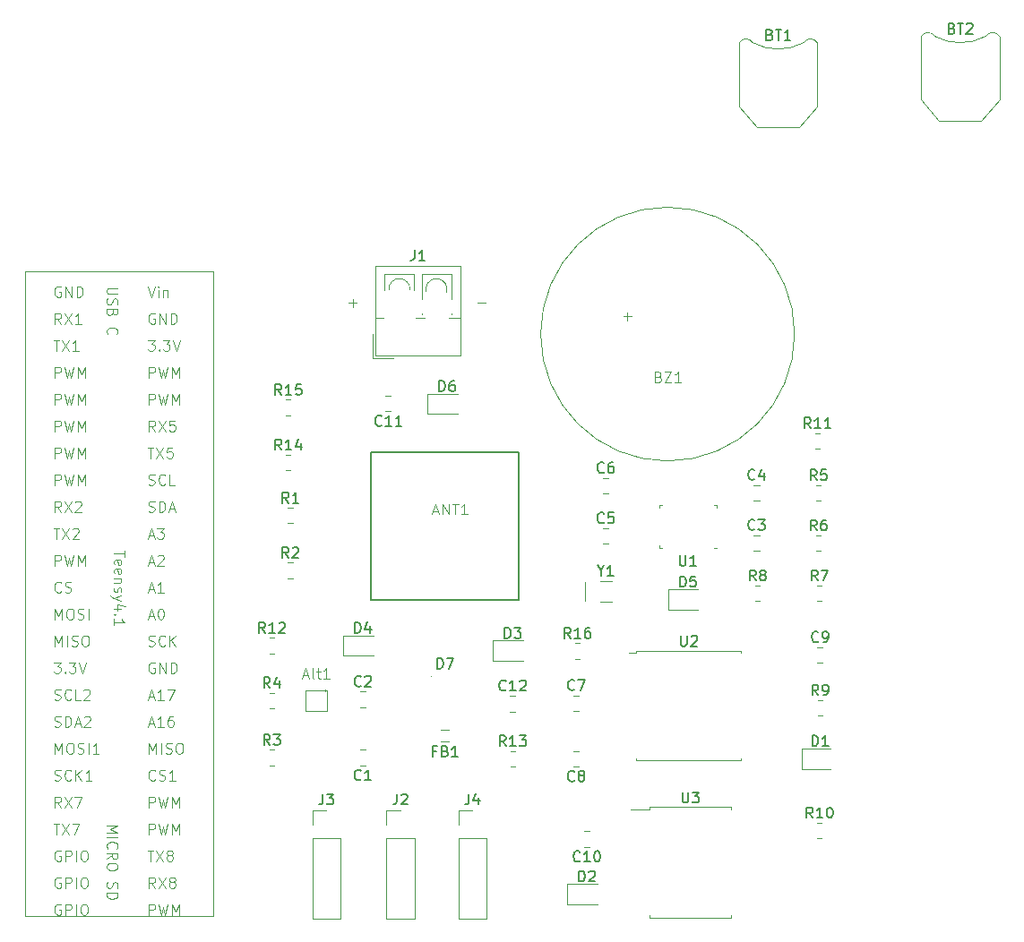
<source format=gbr>
%TF.GenerationSoftware,KiCad,Pcbnew,7.0.7*%
%TF.CreationDate,2024-01-17T14:00:17-05:00*%
%TF.ProjectId,Unified_Board,556e6966-6965-4645-9f42-6f6172642e6b,rev?*%
%TF.SameCoordinates,Original*%
%TF.FileFunction,Legend,Top*%
%TF.FilePolarity,Positive*%
%FSLAX46Y46*%
G04 Gerber Fmt 4.6, Leading zero omitted, Abs format (unit mm)*
G04 Created by KiCad (PCBNEW 7.0.7) date 2024-01-17 14:00:17*
%MOMM*%
%LPD*%
G01*
G04 APERTURE LIST*
%ADD10C,0.150000*%
%ADD11C,0.100000*%
%ADD12C,0.120000*%
G04 APERTURE END LIST*
D10*
X107266666Y-93124819D02*
X107266666Y-93839104D01*
X107266666Y-93839104D02*
X107219047Y-93981961D01*
X107219047Y-93981961D02*
X107123809Y-94077200D01*
X107123809Y-94077200D02*
X106980952Y-94124819D01*
X106980952Y-94124819D02*
X106885714Y-94124819D01*
X107647619Y-93124819D02*
X108266666Y-93124819D01*
X108266666Y-93124819D02*
X107933333Y-93505771D01*
X107933333Y-93505771D02*
X108076190Y-93505771D01*
X108076190Y-93505771D02*
X108171428Y-93553390D01*
X108171428Y-93553390D02*
X108219047Y-93601009D01*
X108219047Y-93601009D02*
X108266666Y-93696247D01*
X108266666Y-93696247D02*
X108266666Y-93934342D01*
X108266666Y-93934342D02*
X108219047Y-94029580D01*
X108219047Y-94029580D02*
X108171428Y-94077200D01*
X108171428Y-94077200D02*
X108076190Y-94124819D01*
X108076190Y-94124819D02*
X107790476Y-94124819D01*
X107790476Y-94124819D02*
X107695238Y-94077200D01*
X107695238Y-94077200D02*
X107647619Y-94029580D01*
X131461905Y-101404819D02*
X131461905Y-100404819D01*
X131461905Y-100404819D02*
X131700000Y-100404819D01*
X131700000Y-100404819D02*
X131842857Y-100452438D01*
X131842857Y-100452438D02*
X131938095Y-100547676D01*
X131938095Y-100547676D02*
X131985714Y-100642914D01*
X131985714Y-100642914D02*
X132033333Y-100833390D01*
X132033333Y-100833390D02*
X132033333Y-100976247D01*
X132033333Y-100976247D02*
X131985714Y-101166723D01*
X131985714Y-101166723D02*
X131938095Y-101261961D01*
X131938095Y-101261961D02*
X131842857Y-101357200D01*
X131842857Y-101357200D02*
X131700000Y-101404819D01*
X131700000Y-101404819D02*
X131461905Y-101404819D01*
X132414286Y-100500057D02*
X132461905Y-100452438D01*
X132461905Y-100452438D02*
X132557143Y-100404819D01*
X132557143Y-100404819D02*
X132795238Y-100404819D01*
X132795238Y-100404819D02*
X132890476Y-100452438D01*
X132890476Y-100452438D02*
X132938095Y-100500057D01*
X132938095Y-100500057D02*
X132985714Y-100595295D01*
X132985714Y-100595295D02*
X132985714Y-100690533D01*
X132985714Y-100690533D02*
X132938095Y-100833390D01*
X132938095Y-100833390D02*
X132366667Y-101404819D01*
X132366667Y-101404819D02*
X132985714Y-101404819D01*
X103357142Y-55404819D02*
X103023809Y-54928628D01*
X102785714Y-55404819D02*
X102785714Y-54404819D01*
X102785714Y-54404819D02*
X103166666Y-54404819D01*
X103166666Y-54404819D02*
X103261904Y-54452438D01*
X103261904Y-54452438D02*
X103309523Y-54500057D01*
X103309523Y-54500057D02*
X103357142Y-54595295D01*
X103357142Y-54595295D02*
X103357142Y-54738152D01*
X103357142Y-54738152D02*
X103309523Y-54833390D01*
X103309523Y-54833390D02*
X103261904Y-54881009D01*
X103261904Y-54881009D02*
X103166666Y-54928628D01*
X103166666Y-54928628D02*
X102785714Y-54928628D01*
X104309523Y-55404819D02*
X103738095Y-55404819D01*
X104023809Y-55404819D02*
X104023809Y-54404819D01*
X104023809Y-54404819D02*
X103928571Y-54547676D01*
X103928571Y-54547676D02*
X103833333Y-54642914D01*
X103833333Y-54642914D02*
X103738095Y-54690533D01*
X105214285Y-54404819D02*
X104738095Y-54404819D01*
X104738095Y-54404819D02*
X104690476Y-54881009D01*
X104690476Y-54881009D02*
X104738095Y-54833390D01*
X104738095Y-54833390D02*
X104833333Y-54785771D01*
X104833333Y-54785771D02*
X105071428Y-54785771D01*
X105071428Y-54785771D02*
X105166666Y-54833390D01*
X105166666Y-54833390D02*
X105214285Y-54881009D01*
X105214285Y-54881009D02*
X105261904Y-54976247D01*
X105261904Y-54976247D02*
X105261904Y-55214342D01*
X105261904Y-55214342D02*
X105214285Y-55309580D01*
X105214285Y-55309580D02*
X105166666Y-55357200D01*
X105166666Y-55357200D02*
X105071428Y-55404819D01*
X105071428Y-55404819D02*
X104833333Y-55404819D01*
X104833333Y-55404819D02*
X104738095Y-55357200D01*
X104738095Y-55357200D02*
X104690476Y-55309580D01*
X131557142Y-99439580D02*
X131509523Y-99487200D01*
X131509523Y-99487200D02*
X131366666Y-99534819D01*
X131366666Y-99534819D02*
X131271428Y-99534819D01*
X131271428Y-99534819D02*
X131128571Y-99487200D01*
X131128571Y-99487200D02*
X131033333Y-99391961D01*
X131033333Y-99391961D02*
X130985714Y-99296723D01*
X130985714Y-99296723D02*
X130938095Y-99106247D01*
X130938095Y-99106247D02*
X130938095Y-98963390D01*
X130938095Y-98963390D02*
X130985714Y-98772914D01*
X130985714Y-98772914D02*
X131033333Y-98677676D01*
X131033333Y-98677676D02*
X131128571Y-98582438D01*
X131128571Y-98582438D02*
X131271428Y-98534819D01*
X131271428Y-98534819D02*
X131366666Y-98534819D01*
X131366666Y-98534819D02*
X131509523Y-98582438D01*
X131509523Y-98582438D02*
X131557142Y-98630057D01*
X132509523Y-99534819D02*
X131938095Y-99534819D01*
X132223809Y-99534819D02*
X132223809Y-98534819D01*
X132223809Y-98534819D02*
X132128571Y-98677676D01*
X132128571Y-98677676D02*
X132033333Y-98772914D01*
X132033333Y-98772914D02*
X131938095Y-98820533D01*
X133128571Y-98534819D02*
X133223809Y-98534819D01*
X133223809Y-98534819D02*
X133319047Y-98582438D01*
X133319047Y-98582438D02*
X133366666Y-98630057D01*
X133366666Y-98630057D02*
X133414285Y-98725295D01*
X133414285Y-98725295D02*
X133461904Y-98915771D01*
X133461904Y-98915771D02*
X133461904Y-99153866D01*
X133461904Y-99153866D02*
X133414285Y-99344342D01*
X133414285Y-99344342D02*
X133366666Y-99439580D01*
X133366666Y-99439580D02*
X133319047Y-99487200D01*
X133319047Y-99487200D02*
X133223809Y-99534819D01*
X133223809Y-99534819D02*
X133128571Y-99534819D01*
X133128571Y-99534819D02*
X133033333Y-99487200D01*
X133033333Y-99487200D02*
X132985714Y-99439580D01*
X132985714Y-99439580D02*
X132938095Y-99344342D01*
X132938095Y-99344342D02*
X132890476Y-99153866D01*
X132890476Y-99153866D02*
X132890476Y-98915771D01*
X132890476Y-98915771D02*
X132938095Y-98725295D01*
X132938095Y-98725295D02*
X132985714Y-98630057D01*
X132985714Y-98630057D02*
X133033333Y-98582438D01*
X133033333Y-98582438D02*
X133128571Y-98534819D01*
X131033333Y-83229580D02*
X130985714Y-83277200D01*
X130985714Y-83277200D02*
X130842857Y-83324819D01*
X130842857Y-83324819D02*
X130747619Y-83324819D01*
X130747619Y-83324819D02*
X130604762Y-83277200D01*
X130604762Y-83277200D02*
X130509524Y-83181961D01*
X130509524Y-83181961D02*
X130461905Y-83086723D01*
X130461905Y-83086723D02*
X130414286Y-82896247D01*
X130414286Y-82896247D02*
X130414286Y-82753390D01*
X130414286Y-82753390D02*
X130461905Y-82562914D01*
X130461905Y-82562914D02*
X130509524Y-82467676D01*
X130509524Y-82467676D02*
X130604762Y-82372438D01*
X130604762Y-82372438D02*
X130747619Y-82324819D01*
X130747619Y-82324819D02*
X130842857Y-82324819D01*
X130842857Y-82324819D02*
X130985714Y-82372438D01*
X130985714Y-82372438D02*
X131033333Y-82420057D01*
X131366667Y-82324819D02*
X132033333Y-82324819D01*
X132033333Y-82324819D02*
X131604762Y-83324819D01*
D11*
X117688952Y-66403704D02*
X118165142Y-66403704D01*
X117593714Y-66689419D02*
X117927047Y-65689419D01*
X117927047Y-65689419D02*
X118260380Y-66689419D01*
X118593714Y-66689419D02*
X118593714Y-65689419D01*
X118593714Y-65689419D02*
X119165142Y-66689419D01*
X119165142Y-66689419D02*
X119165142Y-65689419D01*
X119498476Y-65689419D02*
X120069904Y-65689419D01*
X119784190Y-66689419D02*
X119784190Y-65689419D01*
X120927047Y-66689419D02*
X120355619Y-66689419D01*
X120641333Y-66689419D02*
X120641333Y-65689419D01*
X120641333Y-65689419D02*
X120546095Y-65832276D01*
X120546095Y-65832276D02*
X120450857Y-65927514D01*
X120450857Y-65927514D02*
X120355619Y-65975133D01*
D10*
X124557142Y-83279580D02*
X124509523Y-83327200D01*
X124509523Y-83327200D02*
X124366666Y-83374819D01*
X124366666Y-83374819D02*
X124271428Y-83374819D01*
X124271428Y-83374819D02*
X124128571Y-83327200D01*
X124128571Y-83327200D02*
X124033333Y-83231961D01*
X124033333Y-83231961D02*
X123985714Y-83136723D01*
X123985714Y-83136723D02*
X123938095Y-82946247D01*
X123938095Y-82946247D02*
X123938095Y-82803390D01*
X123938095Y-82803390D02*
X123985714Y-82612914D01*
X123985714Y-82612914D02*
X124033333Y-82517676D01*
X124033333Y-82517676D02*
X124128571Y-82422438D01*
X124128571Y-82422438D02*
X124271428Y-82374819D01*
X124271428Y-82374819D02*
X124366666Y-82374819D01*
X124366666Y-82374819D02*
X124509523Y-82422438D01*
X124509523Y-82422438D02*
X124557142Y-82470057D01*
X125509523Y-83374819D02*
X124938095Y-83374819D01*
X125223809Y-83374819D02*
X125223809Y-82374819D01*
X125223809Y-82374819D02*
X125128571Y-82517676D01*
X125128571Y-82517676D02*
X125033333Y-82612914D01*
X125033333Y-82612914D02*
X124938095Y-82660533D01*
X125890476Y-82470057D02*
X125938095Y-82422438D01*
X125938095Y-82422438D02*
X126033333Y-82374819D01*
X126033333Y-82374819D02*
X126271428Y-82374819D01*
X126271428Y-82374819D02*
X126366666Y-82422438D01*
X126366666Y-82422438D02*
X126414285Y-82470057D01*
X126414285Y-82470057D02*
X126461904Y-82565295D01*
X126461904Y-82565295D02*
X126461904Y-82660533D01*
X126461904Y-82660533D02*
X126414285Y-82803390D01*
X126414285Y-82803390D02*
X125842857Y-83374819D01*
X125842857Y-83374819D02*
X126461904Y-83374819D01*
X141011905Y-73554819D02*
X141011905Y-72554819D01*
X141011905Y-72554819D02*
X141250000Y-72554819D01*
X141250000Y-72554819D02*
X141392857Y-72602438D01*
X141392857Y-72602438D02*
X141488095Y-72697676D01*
X141488095Y-72697676D02*
X141535714Y-72792914D01*
X141535714Y-72792914D02*
X141583333Y-72983390D01*
X141583333Y-72983390D02*
X141583333Y-73126247D01*
X141583333Y-73126247D02*
X141535714Y-73316723D01*
X141535714Y-73316723D02*
X141488095Y-73411961D01*
X141488095Y-73411961D02*
X141392857Y-73507200D01*
X141392857Y-73507200D02*
X141250000Y-73554819D01*
X141250000Y-73554819D02*
X141011905Y-73554819D01*
X142488095Y-72554819D02*
X142011905Y-72554819D01*
X142011905Y-72554819D02*
X141964286Y-73031009D01*
X141964286Y-73031009D02*
X142011905Y-72983390D01*
X142011905Y-72983390D02*
X142107143Y-72935771D01*
X142107143Y-72935771D02*
X142345238Y-72935771D01*
X142345238Y-72935771D02*
X142440476Y-72983390D01*
X142440476Y-72983390D02*
X142488095Y-73031009D01*
X142488095Y-73031009D02*
X142535714Y-73126247D01*
X142535714Y-73126247D02*
X142535714Y-73364342D01*
X142535714Y-73364342D02*
X142488095Y-73459580D01*
X142488095Y-73459580D02*
X142440476Y-73507200D01*
X142440476Y-73507200D02*
X142345238Y-73554819D01*
X142345238Y-73554819D02*
X142107143Y-73554819D01*
X142107143Y-73554819D02*
X142011905Y-73507200D01*
X142011905Y-73507200D02*
X141964286Y-73459580D01*
X112807142Y-58239580D02*
X112759523Y-58287200D01*
X112759523Y-58287200D02*
X112616666Y-58334819D01*
X112616666Y-58334819D02*
X112521428Y-58334819D01*
X112521428Y-58334819D02*
X112378571Y-58287200D01*
X112378571Y-58287200D02*
X112283333Y-58191961D01*
X112283333Y-58191961D02*
X112235714Y-58096723D01*
X112235714Y-58096723D02*
X112188095Y-57906247D01*
X112188095Y-57906247D02*
X112188095Y-57763390D01*
X112188095Y-57763390D02*
X112235714Y-57572914D01*
X112235714Y-57572914D02*
X112283333Y-57477676D01*
X112283333Y-57477676D02*
X112378571Y-57382438D01*
X112378571Y-57382438D02*
X112521428Y-57334819D01*
X112521428Y-57334819D02*
X112616666Y-57334819D01*
X112616666Y-57334819D02*
X112759523Y-57382438D01*
X112759523Y-57382438D02*
X112807142Y-57430057D01*
X113759523Y-58334819D02*
X113188095Y-58334819D01*
X113473809Y-58334819D02*
X113473809Y-57334819D01*
X113473809Y-57334819D02*
X113378571Y-57477676D01*
X113378571Y-57477676D02*
X113283333Y-57572914D01*
X113283333Y-57572914D02*
X113188095Y-57620533D01*
X114711904Y-58334819D02*
X114140476Y-58334819D01*
X114426190Y-58334819D02*
X114426190Y-57334819D01*
X114426190Y-57334819D02*
X114330952Y-57477676D01*
X114330952Y-57477676D02*
X114235714Y-57572914D01*
X114235714Y-57572914D02*
X114140476Y-57620533D01*
X115916666Y-41694819D02*
X115916666Y-42409104D01*
X115916666Y-42409104D02*
X115869047Y-42551961D01*
X115869047Y-42551961D02*
X115773809Y-42647200D01*
X115773809Y-42647200D02*
X115630952Y-42694819D01*
X115630952Y-42694819D02*
X115535714Y-42694819D01*
X116916666Y-42694819D02*
X116345238Y-42694819D01*
X116630952Y-42694819D02*
X116630952Y-41694819D01*
X116630952Y-41694819D02*
X116535714Y-41837676D01*
X116535714Y-41837676D02*
X116440476Y-41932914D01*
X116440476Y-41932914D02*
X116345238Y-41980533D01*
X102270833Y-83104819D02*
X101937500Y-82628628D01*
X101699405Y-83104819D02*
X101699405Y-82104819D01*
X101699405Y-82104819D02*
X102080357Y-82104819D01*
X102080357Y-82104819D02*
X102175595Y-82152438D01*
X102175595Y-82152438D02*
X102223214Y-82200057D01*
X102223214Y-82200057D02*
X102270833Y-82295295D01*
X102270833Y-82295295D02*
X102270833Y-82438152D01*
X102270833Y-82438152D02*
X102223214Y-82533390D01*
X102223214Y-82533390D02*
X102175595Y-82581009D01*
X102175595Y-82581009D02*
X102080357Y-82628628D01*
X102080357Y-82628628D02*
X101699405Y-82628628D01*
X103127976Y-82438152D02*
X103127976Y-83104819D01*
X102889881Y-82057200D02*
X102651786Y-82771485D01*
X102651786Y-82771485D02*
X103270833Y-82771485D01*
X130669642Y-78404819D02*
X130336309Y-77928628D01*
X130098214Y-78404819D02*
X130098214Y-77404819D01*
X130098214Y-77404819D02*
X130479166Y-77404819D01*
X130479166Y-77404819D02*
X130574404Y-77452438D01*
X130574404Y-77452438D02*
X130622023Y-77500057D01*
X130622023Y-77500057D02*
X130669642Y-77595295D01*
X130669642Y-77595295D02*
X130669642Y-77738152D01*
X130669642Y-77738152D02*
X130622023Y-77833390D01*
X130622023Y-77833390D02*
X130574404Y-77881009D01*
X130574404Y-77881009D02*
X130479166Y-77928628D01*
X130479166Y-77928628D02*
X130098214Y-77928628D01*
X131622023Y-78404819D02*
X131050595Y-78404819D01*
X131336309Y-78404819D02*
X131336309Y-77404819D01*
X131336309Y-77404819D02*
X131241071Y-77547676D01*
X131241071Y-77547676D02*
X131145833Y-77642914D01*
X131145833Y-77642914D02*
X131050595Y-77690533D01*
X132479166Y-77404819D02*
X132288690Y-77404819D01*
X132288690Y-77404819D02*
X132193452Y-77452438D01*
X132193452Y-77452438D02*
X132145833Y-77500057D01*
X132145833Y-77500057D02*
X132050595Y-77642914D01*
X132050595Y-77642914D02*
X132002976Y-77833390D01*
X132002976Y-77833390D02*
X132002976Y-78214342D01*
X132002976Y-78214342D02*
X132050595Y-78309580D01*
X132050595Y-78309580D02*
X132098214Y-78357200D01*
X132098214Y-78357200D02*
X132193452Y-78404819D01*
X132193452Y-78404819D02*
X132383928Y-78404819D01*
X132383928Y-78404819D02*
X132479166Y-78357200D01*
X132479166Y-78357200D02*
X132526785Y-78309580D01*
X132526785Y-78309580D02*
X132574404Y-78214342D01*
X132574404Y-78214342D02*
X132574404Y-77976247D01*
X132574404Y-77976247D02*
X132526785Y-77881009D01*
X132526785Y-77881009D02*
X132479166Y-77833390D01*
X132479166Y-77833390D02*
X132383928Y-77785771D01*
X132383928Y-77785771D02*
X132193452Y-77785771D01*
X132193452Y-77785771D02*
X132098214Y-77833390D01*
X132098214Y-77833390D02*
X132050595Y-77881009D01*
X132050595Y-77881009D02*
X132002976Y-77976247D01*
D11*
X105375595Y-81931704D02*
X105851785Y-81931704D01*
X105280357Y-82217419D02*
X105613690Y-81217419D01*
X105613690Y-81217419D02*
X105947023Y-82217419D01*
X106423214Y-82217419D02*
X106327976Y-82169800D01*
X106327976Y-82169800D02*
X106280357Y-82074561D01*
X106280357Y-82074561D02*
X106280357Y-81217419D01*
X106661310Y-81550752D02*
X107042262Y-81550752D01*
X106804167Y-81217419D02*
X106804167Y-82074561D01*
X106804167Y-82074561D02*
X106851786Y-82169800D01*
X106851786Y-82169800D02*
X106947024Y-82217419D01*
X106947024Y-82217419D02*
X107042262Y-82217419D01*
X107899405Y-82217419D02*
X107327977Y-82217419D01*
X107613691Y-82217419D02*
X107613691Y-81217419D01*
X107613691Y-81217419D02*
X107518453Y-81360276D01*
X107518453Y-81360276D02*
X107423215Y-81455514D01*
X107423215Y-81455514D02*
X107327977Y-81503133D01*
D10*
X133833333Y-67429580D02*
X133785714Y-67477200D01*
X133785714Y-67477200D02*
X133642857Y-67524819D01*
X133642857Y-67524819D02*
X133547619Y-67524819D01*
X133547619Y-67524819D02*
X133404762Y-67477200D01*
X133404762Y-67477200D02*
X133309524Y-67381961D01*
X133309524Y-67381961D02*
X133261905Y-67286723D01*
X133261905Y-67286723D02*
X133214286Y-67096247D01*
X133214286Y-67096247D02*
X133214286Y-66953390D01*
X133214286Y-66953390D02*
X133261905Y-66762914D01*
X133261905Y-66762914D02*
X133309524Y-66667676D01*
X133309524Y-66667676D02*
X133404762Y-66572438D01*
X133404762Y-66572438D02*
X133547619Y-66524819D01*
X133547619Y-66524819D02*
X133642857Y-66524819D01*
X133642857Y-66524819D02*
X133785714Y-66572438D01*
X133785714Y-66572438D02*
X133833333Y-66620057D01*
X134738095Y-66524819D02*
X134261905Y-66524819D01*
X134261905Y-66524819D02*
X134214286Y-67001009D01*
X134214286Y-67001009D02*
X134261905Y-66953390D01*
X134261905Y-66953390D02*
X134357143Y-66905771D01*
X134357143Y-66905771D02*
X134595238Y-66905771D01*
X134595238Y-66905771D02*
X134690476Y-66953390D01*
X134690476Y-66953390D02*
X134738095Y-67001009D01*
X134738095Y-67001009D02*
X134785714Y-67096247D01*
X134785714Y-67096247D02*
X134785714Y-67334342D01*
X134785714Y-67334342D02*
X134738095Y-67429580D01*
X134738095Y-67429580D02*
X134690476Y-67477200D01*
X134690476Y-67477200D02*
X134595238Y-67524819D01*
X134595238Y-67524819D02*
X134357143Y-67524819D01*
X134357143Y-67524819D02*
X134261905Y-67477200D01*
X134261905Y-67477200D02*
X134214286Y-67429580D01*
X102270833Y-88504819D02*
X101937500Y-88028628D01*
X101699405Y-88504819D02*
X101699405Y-87504819D01*
X101699405Y-87504819D02*
X102080357Y-87504819D01*
X102080357Y-87504819D02*
X102175595Y-87552438D01*
X102175595Y-87552438D02*
X102223214Y-87600057D01*
X102223214Y-87600057D02*
X102270833Y-87695295D01*
X102270833Y-87695295D02*
X102270833Y-87838152D01*
X102270833Y-87838152D02*
X102223214Y-87933390D01*
X102223214Y-87933390D02*
X102175595Y-87981009D01*
X102175595Y-87981009D02*
X102080357Y-88028628D01*
X102080357Y-88028628D02*
X101699405Y-88028628D01*
X102604167Y-87504819D02*
X103223214Y-87504819D01*
X103223214Y-87504819D02*
X102889881Y-87885771D01*
X102889881Y-87885771D02*
X103032738Y-87885771D01*
X103032738Y-87885771D02*
X103127976Y-87933390D01*
X103127976Y-87933390D02*
X103175595Y-87981009D01*
X103175595Y-87981009D02*
X103223214Y-88076247D01*
X103223214Y-88076247D02*
X103223214Y-88314342D01*
X103223214Y-88314342D02*
X103175595Y-88409580D01*
X103175595Y-88409580D02*
X103127976Y-88457200D01*
X103127976Y-88457200D02*
X103032738Y-88504819D01*
X103032738Y-88504819D02*
X102747024Y-88504819D01*
X102747024Y-88504819D02*
X102651786Y-88457200D01*
X102651786Y-88457200D02*
X102604167Y-88409580D01*
D11*
X138969047Y-53683609D02*
X139111904Y-53731228D01*
X139111904Y-53731228D02*
X139159523Y-53778847D01*
X139159523Y-53778847D02*
X139207142Y-53874085D01*
X139207142Y-53874085D02*
X139207142Y-54016942D01*
X139207142Y-54016942D02*
X139159523Y-54112180D01*
X139159523Y-54112180D02*
X139111904Y-54159800D01*
X139111904Y-54159800D02*
X139016666Y-54207419D01*
X139016666Y-54207419D02*
X138635714Y-54207419D01*
X138635714Y-54207419D02*
X138635714Y-53207419D01*
X138635714Y-53207419D02*
X138969047Y-53207419D01*
X138969047Y-53207419D02*
X139064285Y-53255038D01*
X139064285Y-53255038D02*
X139111904Y-53302657D01*
X139111904Y-53302657D02*
X139159523Y-53397895D01*
X139159523Y-53397895D02*
X139159523Y-53493133D01*
X139159523Y-53493133D02*
X139111904Y-53588371D01*
X139111904Y-53588371D02*
X139064285Y-53635990D01*
X139064285Y-53635990D02*
X138969047Y-53683609D01*
X138969047Y-53683609D02*
X138635714Y-53683609D01*
X139540476Y-53207419D02*
X140207142Y-53207419D01*
X140207142Y-53207419D02*
X139540476Y-54207419D01*
X139540476Y-54207419D02*
X140207142Y-54207419D01*
X141111904Y-54207419D02*
X140540476Y-54207419D01*
X140826190Y-54207419D02*
X140826190Y-53207419D01*
X140826190Y-53207419D02*
X140730952Y-53350276D01*
X140730952Y-53350276D02*
X140635714Y-53445514D01*
X140635714Y-53445514D02*
X140540476Y-53493133D01*
X135653884Y-47991466D02*
X136415789Y-47991466D01*
X136034836Y-48372419D02*
X136034836Y-47610514D01*
X109703884Y-46691466D02*
X110465789Y-46691466D01*
X110084836Y-47072419D02*
X110084836Y-46310514D01*
X121903884Y-46691466D02*
X122665789Y-46691466D01*
D10*
X103357142Y-60604819D02*
X103023809Y-60128628D01*
X102785714Y-60604819D02*
X102785714Y-59604819D01*
X102785714Y-59604819D02*
X103166666Y-59604819D01*
X103166666Y-59604819D02*
X103261904Y-59652438D01*
X103261904Y-59652438D02*
X103309523Y-59700057D01*
X103309523Y-59700057D02*
X103357142Y-59795295D01*
X103357142Y-59795295D02*
X103357142Y-59938152D01*
X103357142Y-59938152D02*
X103309523Y-60033390D01*
X103309523Y-60033390D02*
X103261904Y-60081009D01*
X103261904Y-60081009D02*
X103166666Y-60128628D01*
X103166666Y-60128628D02*
X102785714Y-60128628D01*
X104309523Y-60604819D02*
X103738095Y-60604819D01*
X104023809Y-60604819D02*
X104023809Y-59604819D01*
X104023809Y-59604819D02*
X103928571Y-59747676D01*
X103928571Y-59747676D02*
X103833333Y-59842914D01*
X103833333Y-59842914D02*
X103738095Y-59890533D01*
X105166666Y-59938152D02*
X105166666Y-60604819D01*
X104928571Y-59557200D02*
X104690476Y-60271485D01*
X104690476Y-60271485D02*
X105309523Y-60271485D01*
X110299405Y-77904819D02*
X110299405Y-76904819D01*
X110299405Y-76904819D02*
X110537500Y-76904819D01*
X110537500Y-76904819D02*
X110680357Y-76952438D01*
X110680357Y-76952438D02*
X110775595Y-77047676D01*
X110775595Y-77047676D02*
X110823214Y-77142914D01*
X110823214Y-77142914D02*
X110870833Y-77333390D01*
X110870833Y-77333390D02*
X110870833Y-77476247D01*
X110870833Y-77476247D02*
X110823214Y-77666723D01*
X110823214Y-77666723D02*
X110775595Y-77761961D01*
X110775595Y-77761961D02*
X110680357Y-77857200D01*
X110680357Y-77857200D02*
X110537500Y-77904819D01*
X110537500Y-77904819D02*
X110299405Y-77904819D01*
X111727976Y-77238152D02*
X111727976Y-77904819D01*
X111489881Y-76857200D02*
X111251786Y-77571485D01*
X111251786Y-77571485D02*
X111870833Y-77571485D01*
X124461905Y-78404819D02*
X124461905Y-77404819D01*
X124461905Y-77404819D02*
X124700000Y-77404819D01*
X124700000Y-77404819D02*
X124842857Y-77452438D01*
X124842857Y-77452438D02*
X124938095Y-77547676D01*
X124938095Y-77547676D02*
X124985714Y-77642914D01*
X124985714Y-77642914D02*
X125033333Y-77833390D01*
X125033333Y-77833390D02*
X125033333Y-77976247D01*
X125033333Y-77976247D02*
X124985714Y-78166723D01*
X124985714Y-78166723D02*
X124938095Y-78261961D01*
X124938095Y-78261961D02*
X124842857Y-78357200D01*
X124842857Y-78357200D02*
X124700000Y-78404819D01*
X124700000Y-78404819D02*
X124461905Y-78404819D01*
X125366667Y-77404819D02*
X125985714Y-77404819D01*
X125985714Y-77404819D02*
X125652381Y-77785771D01*
X125652381Y-77785771D02*
X125795238Y-77785771D01*
X125795238Y-77785771D02*
X125890476Y-77833390D01*
X125890476Y-77833390D02*
X125938095Y-77881009D01*
X125938095Y-77881009D02*
X125985714Y-77976247D01*
X125985714Y-77976247D02*
X125985714Y-78214342D01*
X125985714Y-78214342D02*
X125938095Y-78309580D01*
X125938095Y-78309580D02*
X125890476Y-78357200D01*
X125890476Y-78357200D02*
X125795238Y-78404819D01*
X125795238Y-78404819D02*
X125509524Y-78404819D01*
X125509524Y-78404819D02*
X125414286Y-78357200D01*
X125414286Y-78357200D02*
X125366667Y-78309580D01*
X114266666Y-93124819D02*
X114266666Y-93839104D01*
X114266666Y-93839104D02*
X114219047Y-93981961D01*
X114219047Y-93981961D02*
X114123809Y-94077200D01*
X114123809Y-94077200D02*
X113980952Y-94124819D01*
X113980952Y-94124819D02*
X113885714Y-94124819D01*
X114695238Y-93220057D02*
X114742857Y-93172438D01*
X114742857Y-93172438D02*
X114838095Y-93124819D01*
X114838095Y-93124819D02*
X115076190Y-93124819D01*
X115076190Y-93124819D02*
X115171428Y-93172438D01*
X115171428Y-93172438D02*
X115219047Y-93220057D01*
X115219047Y-93220057D02*
X115266666Y-93315295D01*
X115266666Y-93315295D02*
X115266666Y-93410533D01*
X115266666Y-93410533D02*
X115219047Y-93553390D01*
X115219047Y-93553390D02*
X114647619Y-94124819D01*
X114647619Y-94124819D02*
X115266666Y-94124819D01*
X140988095Y-70542319D02*
X140988095Y-71351842D01*
X140988095Y-71351842D02*
X141035714Y-71447080D01*
X141035714Y-71447080D02*
X141083333Y-71494700D01*
X141083333Y-71494700D02*
X141178571Y-71542319D01*
X141178571Y-71542319D02*
X141369047Y-71542319D01*
X141369047Y-71542319D02*
X141464285Y-71494700D01*
X141464285Y-71494700D02*
X141511904Y-71447080D01*
X141511904Y-71447080D02*
X141559523Y-71351842D01*
X141559523Y-71351842D02*
X141559523Y-70542319D01*
X142559523Y-71542319D02*
X141988095Y-71542319D01*
X142273809Y-71542319D02*
X142273809Y-70542319D01*
X142273809Y-70542319D02*
X142178571Y-70685176D01*
X142178571Y-70685176D02*
X142083333Y-70780414D01*
X142083333Y-70780414D02*
X141988095Y-70828033D01*
X141238095Y-92954819D02*
X141238095Y-93764342D01*
X141238095Y-93764342D02*
X141285714Y-93859580D01*
X141285714Y-93859580D02*
X141333333Y-93907200D01*
X141333333Y-93907200D02*
X141428571Y-93954819D01*
X141428571Y-93954819D02*
X141619047Y-93954819D01*
X141619047Y-93954819D02*
X141714285Y-93907200D01*
X141714285Y-93907200D02*
X141761904Y-93859580D01*
X141761904Y-93859580D02*
X141809523Y-93764342D01*
X141809523Y-93764342D02*
X141809523Y-92954819D01*
X142190476Y-92954819D02*
X142809523Y-92954819D01*
X142809523Y-92954819D02*
X142476190Y-93335771D01*
X142476190Y-93335771D02*
X142619047Y-93335771D01*
X142619047Y-93335771D02*
X142714285Y-93383390D01*
X142714285Y-93383390D02*
X142761904Y-93431009D01*
X142761904Y-93431009D02*
X142809523Y-93526247D01*
X142809523Y-93526247D02*
X142809523Y-93764342D01*
X142809523Y-93764342D02*
X142761904Y-93859580D01*
X142761904Y-93859580D02*
X142714285Y-93907200D01*
X142714285Y-93907200D02*
X142619047Y-93954819D01*
X142619047Y-93954819D02*
X142333333Y-93954819D01*
X142333333Y-93954819D02*
X142238095Y-93907200D01*
X142238095Y-93907200D02*
X142190476Y-93859580D01*
X110870833Y-82879580D02*
X110823214Y-82927200D01*
X110823214Y-82927200D02*
X110680357Y-82974819D01*
X110680357Y-82974819D02*
X110585119Y-82974819D01*
X110585119Y-82974819D02*
X110442262Y-82927200D01*
X110442262Y-82927200D02*
X110347024Y-82831961D01*
X110347024Y-82831961D02*
X110299405Y-82736723D01*
X110299405Y-82736723D02*
X110251786Y-82546247D01*
X110251786Y-82546247D02*
X110251786Y-82403390D01*
X110251786Y-82403390D02*
X110299405Y-82212914D01*
X110299405Y-82212914D02*
X110347024Y-82117676D01*
X110347024Y-82117676D02*
X110442262Y-82022438D01*
X110442262Y-82022438D02*
X110585119Y-81974819D01*
X110585119Y-81974819D02*
X110680357Y-81974819D01*
X110680357Y-81974819D02*
X110823214Y-82022438D01*
X110823214Y-82022438D02*
X110870833Y-82070057D01*
X111251786Y-82070057D02*
X111299405Y-82022438D01*
X111299405Y-82022438D02*
X111394643Y-81974819D01*
X111394643Y-81974819D02*
X111632738Y-81974819D01*
X111632738Y-81974819D02*
X111727976Y-82022438D01*
X111727976Y-82022438D02*
X111775595Y-82070057D01*
X111775595Y-82070057D02*
X111823214Y-82165295D01*
X111823214Y-82165295D02*
X111823214Y-82260533D01*
X111823214Y-82260533D02*
X111775595Y-82403390D01*
X111775595Y-82403390D02*
X111204167Y-82974819D01*
X111204167Y-82974819D02*
X111823214Y-82974819D01*
X153357142Y-58554819D02*
X153023809Y-58078628D01*
X152785714Y-58554819D02*
X152785714Y-57554819D01*
X152785714Y-57554819D02*
X153166666Y-57554819D01*
X153166666Y-57554819D02*
X153261904Y-57602438D01*
X153261904Y-57602438D02*
X153309523Y-57650057D01*
X153309523Y-57650057D02*
X153357142Y-57745295D01*
X153357142Y-57745295D02*
X153357142Y-57888152D01*
X153357142Y-57888152D02*
X153309523Y-57983390D01*
X153309523Y-57983390D02*
X153261904Y-58031009D01*
X153261904Y-58031009D02*
X153166666Y-58078628D01*
X153166666Y-58078628D02*
X152785714Y-58078628D01*
X154309523Y-58554819D02*
X153738095Y-58554819D01*
X154023809Y-58554819D02*
X154023809Y-57554819D01*
X154023809Y-57554819D02*
X153928571Y-57697676D01*
X153928571Y-57697676D02*
X153833333Y-57792914D01*
X153833333Y-57792914D02*
X153738095Y-57840533D01*
X155261904Y-58554819D02*
X154690476Y-58554819D01*
X154976190Y-58554819D02*
X154976190Y-57554819D01*
X154976190Y-57554819D02*
X154880952Y-57697676D01*
X154880952Y-57697676D02*
X154785714Y-57792914D01*
X154785714Y-57792914D02*
X154690476Y-57840533D01*
X154020833Y-72967319D02*
X153687500Y-72491128D01*
X153449405Y-72967319D02*
X153449405Y-71967319D01*
X153449405Y-71967319D02*
X153830357Y-71967319D01*
X153830357Y-71967319D02*
X153925595Y-72014938D01*
X153925595Y-72014938D02*
X153973214Y-72062557D01*
X153973214Y-72062557D02*
X154020833Y-72157795D01*
X154020833Y-72157795D02*
X154020833Y-72300652D01*
X154020833Y-72300652D02*
X153973214Y-72395890D01*
X153973214Y-72395890D02*
X153925595Y-72443509D01*
X153925595Y-72443509D02*
X153830357Y-72491128D01*
X153830357Y-72491128D02*
X153449405Y-72491128D01*
X154354167Y-71967319D02*
X155020833Y-71967319D01*
X155020833Y-71967319D02*
X154592262Y-72967319D01*
X101794642Y-77904819D02*
X101461309Y-77428628D01*
X101223214Y-77904819D02*
X101223214Y-76904819D01*
X101223214Y-76904819D02*
X101604166Y-76904819D01*
X101604166Y-76904819D02*
X101699404Y-76952438D01*
X101699404Y-76952438D02*
X101747023Y-77000057D01*
X101747023Y-77000057D02*
X101794642Y-77095295D01*
X101794642Y-77095295D02*
X101794642Y-77238152D01*
X101794642Y-77238152D02*
X101747023Y-77333390D01*
X101747023Y-77333390D02*
X101699404Y-77381009D01*
X101699404Y-77381009D02*
X101604166Y-77428628D01*
X101604166Y-77428628D02*
X101223214Y-77428628D01*
X102747023Y-77904819D02*
X102175595Y-77904819D01*
X102461309Y-77904819D02*
X102461309Y-76904819D01*
X102461309Y-76904819D02*
X102366071Y-77047676D01*
X102366071Y-77047676D02*
X102270833Y-77142914D01*
X102270833Y-77142914D02*
X102175595Y-77190533D01*
X103127976Y-77000057D02*
X103175595Y-76952438D01*
X103175595Y-76952438D02*
X103270833Y-76904819D01*
X103270833Y-76904819D02*
X103508928Y-76904819D01*
X103508928Y-76904819D02*
X103604166Y-76952438D01*
X103604166Y-76952438D02*
X103651785Y-77000057D01*
X103651785Y-77000057D02*
X103699404Y-77095295D01*
X103699404Y-77095295D02*
X103699404Y-77190533D01*
X103699404Y-77190533D02*
X103651785Y-77333390D01*
X103651785Y-77333390D02*
X103080357Y-77904819D01*
X103080357Y-77904819D02*
X103699404Y-77904819D01*
X149514285Y-21331009D02*
X149657142Y-21378628D01*
X149657142Y-21378628D02*
X149704761Y-21426247D01*
X149704761Y-21426247D02*
X149752380Y-21521485D01*
X149752380Y-21521485D02*
X149752380Y-21664342D01*
X149752380Y-21664342D02*
X149704761Y-21759580D01*
X149704761Y-21759580D02*
X149657142Y-21807200D01*
X149657142Y-21807200D02*
X149561904Y-21854819D01*
X149561904Y-21854819D02*
X149180952Y-21854819D01*
X149180952Y-21854819D02*
X149180952Y-20854819D01*
X149180952Y-20854819D02*
X149514285Y-20854819D01*
X149514285Y-20854819D02*
X149609523Y-20902438D01*
X149609523Y-20902438D02*
X149657142Y-20950057D01*
X149657142Y-20950057D02*
X149704761Y-21045295D01*
X149704761Y-21045295D02*
X149704761Y-21140533D01*
X149704761Y-21140533D02*
X149657142Y-21235771D01*
X149657142Y-21235771D02*
X149609523Y-21283390D01*
X149609523Y-21283390D02*
X149514285Y-21331009D01*
X149514285Y-21331009D02*
X149180952Y-21331009D01*
X150038095Y-20854819D02*
X150609523Y-20854819D01*
X150323809Y-21854819D02*
X150323809Y-20854819D01*
X151466666Y-21854819D02*
X150895238Y-21854819D01*
X151180952Y-21854819D02*
X151180952Y-20854819D01*
X151180952Y-20854819D02*
X151085714Y-20997676D01*
X151085714Y-20997676D02*
X150990476Y-21092914D01*
X150990476Y-21092914D02*
X150895238Y-21140533D01*
X131033333Y-91839580D02*
X130985714Y-91887200D01*
X130985714Y-91887200D02*
X130842857Y-91934819D01*
X130842857Y-91934819D02*
X130747619Y-91934819D01*
X130747619Y-91934819D02*
X130604762Y-91887200D01*
X130604762Y-91887200D02*
X130509524Y-91791961D01*
X130509524Y-91791961D02*
X130461905Y-91696723D01*
X130461905Y-91696723D02*
X130414286Y-91506247D01*
X130414286Y-91506247D02*
X130414286Y-91363390D01*
X130414286Y-91363390D02*
X130461905Y-91172914D01*
X130461905Y-91172914D02*
X130509524Y-91077676D01*
X130509524Y-91077676D02*
X130604762Y-90982438D01*
X130604762Y-90982438D02*
X130747619Y-90934819D01*
X130747619Y-90934819D02*
X130842857Y-90934819D01*
X130842857Y-90934819D02*
X130985714Y-90982438D01*
X130985714Y-90982438D02*
X131033333Y-91030057D01*
X131604762Y-91363390D02*
X131509524Y-91315771D01*
X131509524Y-91315771D02*
X131461905Y-91268152D01*
X131461905Y-91268152D02*
X131414286Y-91172914D01*
X131414286Y-91172914D02*
X131414286Y-91125295D01*
X131414286Y-91125295D02*
X131461905Y-91030057D01*
X131461905Y-91030057D02*
X131509524Y-90982438D01*
X131509524Y-90982438D02*
X131604762Y-90934819D01*
X131604762Y-90934819D02*
X131795238Y-90934819D01*
X131795238Y-90934819D02*
X131890476Y-90982438D01*
X131890476Y-90982438D02*
X131938095Y-91030057D01*
X131938095Y-91030057D02*
X131985714Y-91125295D01*
X131985714Y-91125295D02*
X131985714Y-91172914D01*
X131985714Y-91172914D02*
X131938095Y-91268152D01*
X131938095Y-91268152D02*
X131890476Y-91315771D01*
X131890476Y-91315771D02*
X131795238Y-91363390D01*
X131795238Y-91363390D02*
X131604762Y-91363390D01*
X131604762Y-91363390D02*
X131509524Y-91411009D01*
X131509524Y-91411009D02*
X131461905Y-91458628D01*
X131461905Y-91458628D02*
X131414286Y-91553866D01*
X131414286Y-91553866D02*
X131414286Y-91744342D01*
X131414286Y-91744342D02*
X131461905Y-91839580D01*
X131461905Y-91839580D02*
X131509524Y-91887200D01*
X131509524Y-91887200D02*
X131604762Y-91934819D01*
X131604762Y-91934819D02*
X131795238Y-91934819D01*
X131795238Y-91934819D02*
X131890476Y-91887200D01*
X131890476Y-91887200D02*
X131938095Y-91839580D01*
X131938095Y-91839580D02*
X131985714Y-91744342D01*
X131985714Y-91744342D02*
X131985714Y-91553866D01*
X131985714Y-91553866D02*
X131938095Y-91458628D01*
X131938095Y-91458628D02*
X131890476Y-91411009D01*
X131890476Y-91411009D02*
X131795238Y-91363390D01*
X133523809Y-72028628D02*
X133523809Y-72504819D01*
X133190476Y-71504819D02*
X133523809Y-72028628D01*
X133523809Y-72028628D02*
X133857142Y-71504819D01*
X134714285Y-72504819D02*
X134142857Y-72504819D01*
X134428571Y-72504819D02*
X134428571Y-71504819D01*
X134428571Y-71504819D02*
X134333333Y-71647676D01*
X134333333Y-71647676D02*
X134238095Y-71742914D01*
X134238095Y-71742914D02*
X134142857Y-71790533D01*
X141088095Y-78154819D02*
X141088095Y-78964342D01*
X141088095Y-78964342D02*
X141135714Y-79059580D01*
X141135714Y-79059580D02*
X141183333Y-79107200D01*
X141183333Y-79107200D02*
X141278571Y-79154819D01*
X141278571Y-79154819D02*
X141469047Y-79154819D01*
X141469047Y-79154819D02*
X141564285Y-79107200D01*
X141564285Y-79107200D02*
X141611904Y-79059580D01*
X141611904Y-79059580D02*
X141659523Y-78964342D01*
X141659523Y-78964342D02*
X141659523Y-78154819D01*
X142088095Y-78250057D02*
X142135714Y-78202438D01*
X142135714Y-78202438D02*
X142230952Y-78154819D01*
X142230952Y-78154819D02*
X142469047Y-78154819D01*
X142469047Y-78154819D02*
X142564285Y-78202438D01*
X142564285Y-78202438D02*
X142611904Y-78250057D01*
X142611904Y-78250057D02*
X142659523Y-78345295D01*
X142659523Y-78345295D02*
X142659523Y-78440533D01*
X142659523Y-78440533D02*
X142611904Y-78583390D01*
X142611904Y-78583390D02*
X142040476Y-79154819D01*
X142040476Y-79154819D02*
X142659523Y-79154819D01*
X121066666Y-93124819D02*
X121066666Y-93839104D01*
X121066666Y-93839104D02*
X121019047Y-93981961D01*
X121019047Y-93981961D02*
X120923809Y-94077200D01*
X120923809Y-94077200D02*
X120780952Y-94124819D01*
X120780952Y-94124819D02*
X120685714Y-94124819D01*
X121971428Y-93458152D02*
X121971428Y-94124819D01*
X121733333Y-93077200D02*
X121495238Y-93791485D01*
X121495238Y-93791485D02*
X122114285Y-93791485D01*
X153933333Y-68217319D02*
X153600000Y-67741128D01*
X153361905Y-68217319D02*
X153361905Y-67217319D01*
X153361905Y-67217319D02*
X153742857Y-67217319D01*
X153742857Y-67217319D02*
X153838095Y-67264938D01*
X153838095Y-67264938D02*
X153885714Y-67312557D01*
X153885714Y-67312557D02*
X153933333Y-67407795D01*
X153933333Y-67407795D02*
X153933333Y-67550652D01*
X153933333Y-67550652D02*
X153885714Y-67645890D01*
X153885714Y-67645890D02*
X153838095Y-67693509D01*
X153838095Y-67693509D02*
X153742857Y-67741128D01*
X153742857Y-67741128D02*
X153361905Y-67741128D01*
X154790476Y-67217319D02*
X154600000Y-67217319D01*
X154600000Y-67217319D02*
X154504762Y-67264938D01*
X154504762Y-67264938D02*
X154457143Y-67312557D01*
X154457143Y-67312557D02*
X154361905Y-67455414D01*
X154361905Y-67455414D02*
X154314286Y-67645890D01*
X154314286Y-67645890D02*
X154314286Y-68026842D01*
X154314286Y-68026842D02*
X154361905Y-68122080D01*
X154361905Y-68122080D02*
X154409524Y-68169700D01*
X154409524Y-68169700D02*
X154504762Y-68217319D01*
X154504762Y-68217319D02*
X154695238Y-68217319D01*
X154695238Y-68217319D02*
X154790476Y-68169700D01*
X154790476Y-68169700D02*
X154838095Y-68122080D01*
X154838095Y-68122080D02*
X154885714Y-68026842D01*
X154885714Y-68026842D02*
X154885714Y-67788747D01*
X154885714Y-67788747D02*
X154838095Y-67693509D01*
X154838095Y-67693509D02*
X154790476Y-67645890D01*
X154790476Y-67645890D02*
X154695238Y-67598271D01*
X154695238Y-67598271D02*
X154504762Y-67598271D01*
X154504762Y-67598271D02*
X154409524Y-67645890D01*
X154409524Y-67645890D02*
X154361905Y-67693509D01*
X154361905Y-67693509D02*
X154314286Y-67788747D01*
X117966666Y-89081009D02*
X117633333Y-89081009D01*
X117633333Y-89604819D02*
X117633333Y-88604819D01*
X117633333Y-88604819D02*
X118109523Y-88604819D01*
X118823809Y-89081009D02*
X118966666Y-89128628D01*
X118966666Y-89128628D02*
X119014285Y-89176247D01*
X119014285Y-89176247D02*
X119061904Y-89271485D01*
X119061904Y-89271485D02*
X119061904Y-89414342D01*
X119061904Y-89414342D02*
X119014285Y-89509580D01*
X119014285Y-89509580D02*
X118966666Y-89557200D01*
X118966666Y-89557200D02*
X118871428Y-89604819D01*
X118871428Y-89604819D02*
X118490476Y-89604819D01*
X118490476Y-89604819D02*
X118490476Y-88604819D01*
X118490476Y-88604819D02*
X118823809Y-88604819D01*
X118823809Y-88604819D02*
X118919047Y-88652438D01*
X118919047Y-88652438D02*
X118966666Y-88700057D01*
X118966666Y-88700057D02*
X119014285Y-88795295D01*
X119014285Y-88795295D02*
X119014285Y-88890533D01*
X119014285Y-88890533D02*
X118966666Y-88985771D01*
X118966666Y-88985771D02*
X118919047Y-89033390D01*
X118919047Y-89033390D02*
X118823809Y-89081009D01*
X118823809Y-89081009D02*
X118490476Y-89081009D01*
X120014285Y-89604819D02*
X119442857Y-89604819D01*
X119728571Y-89604819D02*
X119728571Y-88604819D01*
X119728571Y-88604819D02*
X119633333Y-88747676D01*
X119633333Y-88747676D02*
X119538095Y-88842914D01*
X119538095Y-88842914D02*
X119442857Y-88890533D01*
X153511905Y-88604819D02*
X153511905Y-87604819D01*
X153511905Y-87604819D02*
X153750000Y-87604819D01*
X153750000Y-87604819D02*
X153892857Y-87652438D01*
X153892857Y-87652438D02*
X153988095Y-87747676D01*
X153988095Y-87747676D02*
X154035714Y-87842914D01*
X154035714Y-87842914D02*
X154083333Y-88033390D01*
X154083333Y-88033390D02*
X154083333Y-88176247D01*
X154083333Y-88176247D02*
X154035714Y-88366723D01*
X154035714Y-88366723D02*
X153988095Y-88461961D01*
X153988095Y-88461961D02*
X153892857Y-88557200D01*
X153892857Y-88557200D02*
X153750000Y-88604819D01*
X153750000Y-88604819D02*
X153511905Y-88604819D01*
X155035714Y-88604819D02*
X154464286Y-88604819D01*
X154750000Y-88604819D02*
X154750000Y-87604819D01*
X154750000Y-87604819D02*
X154654762Y-87747676D01*
X154654762Y-87747676D02*
X154559524Y-87842914D01*
X154559524Y-87842914D02*
X154464286Y-87890533D01*
X110870833Y-91739580D02*
X110823214Y-91787200D01*
X110823214Y-91787200D02*
X110680357Y-91834819D01*
X110680357Y-91834819D02*
X110585119Y-91834819D01*
X110585119Y-91834819D02*
X110442262Y-91787200D01*
X110442262Y-91787200D02*
X110347024Y-91691961D01*
X110347024Y-91691961D02*
X110299405Y-91596723D01*
X110299405Y-91596723D02*
X110251786Y-91406247D01*
X110251786Y-91406247D02*
X110251786Y-91263390D01*
X110251786Y-91263390D02*
X110299405Y-91072914D01*
X110299405Y-91072914D02*
X110347024Y-90977676D01*
X110347024Y-90977676D02*
X110442262Y-90882438D01*
X110442262Y-90882438D02*
X110585119Y-90834819D01*
X110585119Y-90834819D02*
X110680357Y-90834819D01*
X110680357Y-90834819D02*
X110823214Y-90882438D01*
X110823214Y-90882438D02*
X110870833Y-90930057D01*
X111823214Y-91834819D02*
X111251786Y-91834819D01*
X111537500Y-91834819D02*
X111537500Y-90834819D01*
X111537500Y-90834819D02*
X111442262Y-90977676D01*
X111442262Y-90977676D02*
X111347024Y-91072914D01*
X111347024Y-91072914D02*
X111251786Y-91120533D01*
X104033333Y-65604819D02*
X103700000Y-65128628D01*
X103461905Y-65604819D02*
X103461905Y-64604819D01*
X103461905Y-64604819D02*
X103842857Y-64604819D01*
X103842857Y-64604819D02*
X103938095Y-64652438D01*
X103938095Y-64652438D02*
X103985714Y-64700057D01*
X103985714Y-64700057D02*
X104033333Y-64795295D01*
X104033333Y-64795295D02*
X104033333Y-64938152D01*
X104033333Y-64938152D02*
X103985714Y-65033390D01*
X103985714Y-65033390D02*
X103938095Y-65081009D01*
X103938095Y-65081009D02*
X103842857Y-65128628D01*
X103842857Y-65128628D02*
X103461905Y-65128628D01*
X104985714Y-65604819D02*
X104414286Y-65604819D01*
X104700000Y-65604819D02*
X104700000Y-64604819D01*
X104700000Y-64604819D02*
X104604762Y-64747676D01*
X104604762Y-64747676D02*
X104509524Y-64842914D01*
X104509524Y-64842914D02*
X104414286Y-64890533D01*
X153933333Y-63467319D02*
X153600000Y-62991128D01*
X153361905Y-63467319D02*
X153361905Y-62467319D01*
X153361905Y-62467319D02*
X153742857Y-62467319D01*
X153742857Y-62467319D02*
X153838095Y-62514938D01*
X153838095Y-62514938D02*
X153885714Y-62562557D01*
X153885714Y-62562557D02*
X153933333Y-62657795D01*
X153933333Y-62657795D02*
X153933333Y-62800652D01*
X153933333Y-62800652D02*
X153885714Y-62895890D01*
X153885714Y-62895890D02*
X153838095Y-62943509D01*
X153838095Y-62943509D02*
X153742857Y-62991128D01*
X153742857Y-62991128D02*
X153361905Y-62991128D01*
X154838095Y-62467319D02*
X154361905Y-62467319D01*
X154361905Y-62467319D02*
X154314286Y-62943509D01*
X154314286Y-62943509D02*
X154361905Y-62895890D01*
X154361905Y-62895890D02*
X154457143Y-62848271D01*
X154457143Y-62848271D02*
X154695238Y-62848271D01*
X154695238Y-62848271D02*
X154790476Y-62895890D01*
X154790476Y-62895890D02*
X154838095Y-62943509D01*
X154838095Y-62943509D02*
X154885714Y-63038747D01*
X154885714Y-63038747D02*
X154885714Y-63276842D01*
X154885714Y-63276842D02*
X154838095Y-63372080D01*
X154838095Y-63372080D02*
X154790476Y-63419700D01*
X154790476Y-63419700D02*
X154695238Y-63467319D01*
X154695238Y-63467319D02*
X154457143Y-63467319D01*
X154457143Y-63467319D02*
X154361905Y-63419700D01*
X154361905Y-63419700D02*
X154314286Y-63372080D01*
X118261905Y-55054819D02*
X118261905Y-54054819D01*
X118261905Y-54054819D02*
X118500000Y-54054819D01*
X118500000Y-54054819D02*
X118642857Y-54102438D01*
X118642857Y-54102438D02*
X118738095Y-54197676D01*
X118738095Y-54197676D02*
X118785714Y-54292914D01*
X118785714Y-54292914D02*
X118833333Y-54483390D01*
X118833333Y-54483390D02*
X118833333Y-54626247D01*
X118833333Y-54626247D02*
X118785714Y-54816723D01*
X118785714Y-54816723D02*
X118738095Y-54911961D01*
X118738095Y-54911961D02*
X118642857Y-55007200D01*
X118642857Y-55007200D02*
X118500000Y-55054819D01*
X118500000Y-55054819D02*
X118261905Y-55054819D01*
X119690476Y-54054819D02*
X119500000Y-54054819D01*
X119500000Y-54054819D02*
X119404762Y-54102438D01*
X119404762Y-54102438D02*
X119357143Y-54150057D01*
X119357143Y-54150057D02*
X119261905Y-54292914D01*
X119261905Y-54292914D02*
X119214286Y-54483390D01*
X119214286Y-54483390D02*
X119214286Y-54864342D01*
X119214286Y-54864342D02*
X119261905Y-54959580D01*
X119261905Y-54959580D02*
X119309524Y-55007200D01*
X119309524Y-55007200D02*
X119404762Y-55054819D01*
X119404762Y-55054819D02*
X119595238Y-55054819D01*
X119595238Y-55054819D02*
X119690476Y-55007200D01*
X119690476Y-55007200D02*
X119738095Y-54959580D01*
X119738095Y-54959580D02*
X119785714Y-54864342D01*
X119785714Y-54864342D02*
X119785714Y-54626247D01*
X119785714Y-54626247D02*
X119738095Y-54531009D01*
X119738095Y-54531009D02*
X119690476Y-54483390D01*
X119690476Y-54483390D02*
X119595238Y-54435771D01*
X119595238Y-54435771D02*
X119404762Y-54435771D01*
X119404762Y-54435771D02*
X119309524Y-54483390D01*
X119309524Y-54483390D02*
X119261905Y-54531009D01*
X119261905Y-54531009D02*
X119214286Y-54626247D01*
X154083333Y-83804819D02*
X153750000Y-83328628D01*
X153511905Y-83804819D02*
X153511905Y-82804819D01*
X153511905Y-82804819D02*
X153892857Y-82804819D01*
X153892857Y-82804819D02*
X153988095Y-82852438D01*
X153988095Y-82852438D02*
X154035714Y-82900057D01*
X154035714Y-82900057D02*
X154083333Y-82995295D01*
X154083333Y-82995295D02*
X154083333Y-83138152D01*
X154083333Y-83138152D02*
X154035714Y-83233390D01*
X154035714Y-83233390D02*
X153988095Y-83281009D01*
X153988095Y-83281009D02*
X153892857Y-83328628D01*
X153892857Y-83328628D02*
X153511905Y-83328628D01*
X154559524Y-83804819D02*
X154750000Y-83804819D01*
X154750000Y-83804819D02*
X154845238Y-83757200D01*
X154845238Y-83757200D02*
X154892857Y-83709580D01*
X154892857Y-83709580D02*
X154988095Y-83566723D01*
X154988095Y-83566723D02*
X155035714Y-83376247D01*
X155035714Y-83376247D02*
X155035714Y-82995295D01*
X155035714Y-82995295D02*
X154988095Y-82900057D01*
X154988095Y-82900057D02*
X154940476Y-82852438D01*
X154940476Y-82852438D02*
X154845238Y-82804819D01*
X154845238Y-82804819D02*
X154654762Y-82804819D01*
X154654762Y-82804819D02*
X154559524Y-82852438D01*
X154559524Y-82852438D02*
X154511905Y-82900057D01*
X154511905Y-82900057D02*
X154464286Y-82995295D01*
X154464286Y-82995295D02*
X154464286Y-83233390D01*
X154464286Y-83233390D02*
X154511905Y-83328628D01*
X154511905Y-83328628D02*
X154559524Y-83376247D01*
X154559524Y-83376247D02*
X154654762Y-83423866D01*
X154654762Y-83423866D02*
X154845238Y-83423866D01*
X154845238Y-83423866D02*
X154940476Y-83376247D01*
X154940476Y-83376247D02*
X154988095Y-83328628D01*
X154988095Y-83328628D02*
X155035714Y-83233390D01*
X133833333Y-62679580D02*
X133785714Y-62727200D01*
X133785714Y-62727200D02*
X133642857Y-62774819D01*
X133642857Y-62774819D02*
X133547619Y-62774819D01*
X133547619Y-62774819D02*
X133404762Y-62727200D01*
X133404762Y-62727200D02*
X133309524Y-62631961D01*
X133309524Y-62631961D02*
X133261905Y-62536723D01*
X133261905Y-62536723D02*
X133214286Y-62346247D01*
X133214286Y-62346247D02*
X133214286Y-62203390D01*
X133214286Y-62203390D02*
X133261905Y-62012914D01*
X133261905Y-62012914D02*
X133309524Y-61917676D01*
X133309524Y-61917676D02*
X133404762Y-61822438D01*
X133404762Y-61822438D02*
X133547619Y-61774819D01*
X133547619Y-61774819D02*
X133642857Y-61774819D01*
X133642857Y-61774819D02*
X133785714Y-61822438D01*
X133785714Y-61822438D02*
X133833333Y-61870057D01*
X134690476Y-61774819D02*
X134500000Y-61774819D01*
X134500000Y-61774819D02*
X134404762Y-61822438D01*
X134404762Y-61822438D02*
X134357143Y-61870057D01*
X134357143Y-61870057D02*
X134261905Y-62012914D01*
X134261905Y-62012914D02*
X134214286Y-62203390D01*
X134214286Y-62203390D02*
X134214286Y-62584342D01*
X134214286Y-62584342D02*
X134261905Y-62679580D01*
X134261905Y-62679580D02*
X134309524Y-62727200D01*
X134309524Y-62727200D02*
X134404762Y-62774819D01*
X134404762Y-62774819D02*
X134595238Y-62774819D01*
X134595238Y-62774819D02*
X134690476Y-62727200D01*
X134690476Y-62727200D02*
X134738095Y-62679580D01*
X134738095Y-62679580D02*
X134785714Y-62584342D01*
X134785714Y-62584342D02*
X134785714Y-62346247D01*
X134785714Y-62346247D02*
X134738095Y-62251009D01*
X134738095Y-62251009D02*
X134690476Y-62203390D01*
X134690476Y-62203390D02*
X134595238Y-62155771D01*
X134595238Y-62155771D02*
X134404762Y-62155771D01*
X134404762Y-62155771D02*
X134309524Y-62203390D01*
X134309524Y-62203390D02*
X134261905Y-62251009D01*
X134261905Y-62251009D02*
X134214286Y-62346247D01*
X154083333Y-78679580D02*
X154035714Y-78727200D01*
X154035714Y-78727200D02*
X153892857Y-78774819D01*
X153892857Y-78774819D02*
X153797619Y-78774819D01*
X153797619Y-78774819D02*
X153654762Y-78727200D01*
X153654762Y-78727200D02*
X153559524Y-78631961D01*
X153559524Y-78631961D02*
X153511905Y-78536723D01*
X153511905Y-78536723D02*
X153464286Y-78346247D01*
X153464286Y-78346247D02*
X153464286Y-78203390D01*
X153464286Y-78203390D02*
X153511905Y-78012914D01*
X153511905Y-78012914D02*
X153559524Y-77917676D01*
X153559524Y-77917676D02*
X153654762Y-77822438D01*
X153654762Y-77822438D02*
X153797619Y-77774819D01*
X153797619Y-77774819D02*
X153892857Y-77774819D01*
X153892857Y-77774819D02*
X154035714Y-77822438D01*
X154035714Y-77822438D02*
X154083333Y-77870057D01*
X154559524Y-78774819D02*
X154750000Y-78774819D01*
X154750000Y-78774819D02*
X154845238Y-78727200D01*
X154845238Y-78727200D02*
X154892857Y-78679580D01*
X154892857Y-78679580D02*
X154988095Y-78536723D01*
X154988095Y-78536723D02*
X155035714Y-78346247D01*
X155035714Y-78346247D02*
X155035714Y-77965295D01*
X155035714Y-77965295D02*
X154988095Y-77870057D01*
X154988095Y-77870057D02*
X154940476Y-77822438D01*
X154940476Y-77822438D02*
X154845238Y-77774819D01*
X154845238Y-77774819D02*
X154654762Y-77774819D01*
X154654762Y-77774819D02*
X154559524Y-77822438D01*
X154559524Y-77822438D02*
X154511905Y-77870057D01*
X154511905Y-77870057D02*
X154464286Y-77965295D01*
X154464286Y-77965295D02*
X154464286Y-78203390D01*
X154464286Y-78203390D02*
X154511905Y-78298628D01*
X154511905Y-78298628D02*
X154559524Y-78346247D01*
X154559524Y-78346247D02*
X154654762Y-78393866D01*
X154654762Y-78393866D02*
X154845238Y-78393866D01*
X154845238Y-78393866D02*
X154940476Y-78346247D01*
X154940476Y-78346247D02*
X154988095Y-78298628D01*
X154988095Y-78298628D02*
X155035714Y-78203390D01*
X166714285Y-20731009D02*
X166857142Y-20778628D01*
X166857142Y-20778628D02*
X166904761Y-20826247D01*
X166904761Y-20826247D02*
X166952380Y-20921485D01*
X166952380Y-20921485D02*
X166952380Y-21064342D01*
X166952380Y-21064342D02*
X166904761Y-21159580D01*
X166904761Y-21159580D02*
X166857142Y-21207200D01*
X166857142Y-21207200D02*
X166761904Y-21254819D01*
X166761904Y-21254819D02*
X166380952Y-21254819D01*
X166380952Y-21254819D02*
X166380952Y-20254819D01*
X166380952Y-20254819D02*
X166714285Y-20254819D01*
X166714285Y-20254819D02*
X166809523Y-20302438D01*
X166809523Y-20302438D02*
X166857142Y-20350057D01*
X166857142Y-20350057D02*
X166904761Y-20445295D01*
X166904761Y-20445295D02*
X166904761Y-20540533D01*
X166904761Y-20540533D02*
X166857142Y-20635771D01*
X166857142Y-20635771D02*
X166809523Y-20683390D01*
X166809523Y-20683390D02*
X166714285Y-20731009D01*
X166714285Y-20731009D02*
X166380952Y-20731009D01*
X167238095Y-20254819D02*
X167809523Y-20254819D01*
X167523809Y-21254819D02*
X167523809Y-20254819D01*
X168095238Y-20350057D02*
X168142857Y-20302438D01*
X168142857Y-20302438D02*
X168238095Y-20254819D01*
X168238095Y-20254819D02*
X168476190Y-20254819D01*
X168476190Y-20254819D02*
X168571428Y-20302438D01*
X168571428Y-20302438D02*
X168619047Y-20350057D01*
X168619047Y-20350057D02*
X168666666Y-20445295D01*
X168666666Y-20445295D02*
X168666666Y-20540533D01*
X168666666Y-20540533D02*
X168619047Y-20683390D01*
X168619047Y-20683390D02*
X168047619Y-21254819D01*
X168047619Y-21254819D02*
X168666666Y-21254819D01*
X148083333Y-68092080D02*
X148035714Y-68139700D01*
X148035714Y-68139700D02*
X147892857Y-68187319D01*
X147892857Y-68187319D02*
X147797619Y-68187319D01*
X147797619Y-68187319D02*
X147654762Y-68139700D01*
X147654762Y-68139700D02*
X147559524Y-68044461D01*
X147559524Y-68044461D02*
X147511905Y-67949223D01*
X147511905Y-67949223D02*
X147464286Y-67758747D01*
X147464286Y-67758747D02*
X147464286Y-67615890D01*
X147464286Y-67615890D02*
X147511905Y-67425414D01*
X147511905Y-67425414D02*
X147559524Y-67330176D01*
X147559524Y-67330176D02*
X147654762Y-67234938D01*
X147654762Y-67234938D02*
X147797619Y-67187319D01*
X147797619Y-67187319D02*
X147892857Y-67187319D01*
X147892857Y-67187319D02*
X148035714Y-67234938D01*
X148035714Y-67234938D02*
X148083333Y-67282557D01*
X148416667Y-67187319D02*
X149035714Y-67187319D01*
X149035714Y-67187319D02*
X148702381Y-67568271D01*
X148702381Y-67568271D02*
X148845238Y-67568271D01*
X148845238Y-67568271D02*
X148940476Y-67615890D01*
X148940476Y-67615890D02*
X148988095Y-67663509D01*
X148988095Y-67663509D02*
X149035714Y-67758747D01*
X149035714Y-67758747D02*
X149035714Y-67996842D01*
X149035714Y-67996842D02*
X148988095Y-68092080D01*
X148988095Y-68092080D02*
X148940476Y-68139700D01*
X148940476Y-68139700D02*
X148845238Y-68187319D01*
X148845238Y-68187319D02*
X148559524Y-68187319D01*
X148559524Y-68187319D02*
X148464286Y-68139700D01*
X148464286Y-68139700D02*
X148416667Y-68092080D01*
X153557142Y-95404819D02*
X153223809Y-94928628D01*
X152985714Y-95404819D02*
X152985714Y-94404819D01*
X152985714Y-94404819D02*
X153366666Y-94404819D01*
X153366666Y-94404819D02*
X153461904Y-94452438D01*
X153461904Y-94452438D02*
X153509523Y-94500057D01*
X153509523Y-94500057D02*
X153557142Y-94595295D01*
X153557142Y-94595295D02*
X153557142Y-94738152D01*
X153557142Y-94738152D02*
X153509523Y-94833390D01*
X153509523Y-94833390D02*
X153461904Y-94881009D01*
X153461904Y-94881009D02*
X153366666Y-94928628D01*
X153366666Y-94928628D02*
X152985714Y-94928628D01*
X154509523Y-95404819D02*
X153938095Y-95404819D01*
X154223809Y-95404819D02*
X154223809Y-94404819D01*
X154223809Y-94404819D02*
X154128571Y-94547676D01*
X154128571Y-94547676D02*
X154033333Y-94642914D01*
X154033333Y-94642914D02*
X153938095Y-94690533D01*
X155128571Y-94404819D02*
X155223809Y-94404819D01*
X155223809Y-94404819D02*
X155319047Y-94452438D01*
X155319047Y-94452438D02*
X155366666Y-94500057D01*
X155366666Y-94500057D02*
X155414285Y-94595295D01*
X155414285Y-94595295D02*
X155461904Y-94785771D01*
X155461904Y-94785771D02*
X155461904Y-95023866D01*
X155461904Y-95023866D02*
X155414285Y-95214342D01*
X155414285Y-95214342D02*
X155366666Y-95309580D01*
X155366666Y-95309580D02*
X155319047Y-95357200D01*
X155319047Y-95357200D02*
X155223809Y-95404819D01*
X155223809Y-95404819D02*
X155128571Y-95404819D01*
X155128571Y-95404819D02*
X155033333Y-95357200D01*
X155033333Y-95357200D02*
X154985714Y-95309580D01*
X154985714Y-95309580D02*
X154938095Y-95214342D01*
X154938095Y-95214342D02*
X154890476Y-95023866D01*
X154890476Y-95023866D02*
X154890476Y-94785771D01*
X154890476Y-94785771D02*
X154938095Y-94595295D01*
X154938095Y-94595295D02*
X154985714Y-94500057D01*
X154985714Y-94500057D02*
X155033333Y-94452438D01*
X155033333Y-94452438D02*
X155128571Y-94404819D01*
X148083333Y-63342080D02*
X148035714Y-63389700D01*
X148035714Y-63389700D02*
X147892857Y-63437319D01*
X147892857Y-63437319D02*
X147797619Y-63437319D01*
X147797619Y-63437319D02*
X147654762Y-63389700D01*
X147654762Y-63389700D02*
X147559524Y-63294461D01*
X147559524Y-63294461D02*
X147511905Y-63199223D01*
X147511905Y-63199223D02*
X147464286Y-63008747D01*
X147464286Y-63008747D02*
X147464286Y-62865890D01*
X147464286Y-62865890D02*
X147511905Y-62675414D01*
X147511905Y-62675414D02*
X147559524Y-62580176D01*
X147559524Y-62580176D02*
X147654762Y-62484938D01*
X147654762Y-62484938D02*
X147797619Y-62437319D01*
X147797619Y-62437319D02*
X147892857Y-62437319D01*
X147892857Y-62437319D02*
X148035714Y-62484938D01*
X148035714Y-62484938D02*
X148083333Y-62532557D01*
X148940476Y-62770652D02*
X148940476Y-63437319D01*
X148702381Y-62389700D02*
X148464286Y-63103985D01*
X148464286Y-63103985D02*
X149083333Y-63103985D01*
X148170833Y-72967319D02*
X147837500Y-72491128D01*
X147599405Y-72967319D02*
X147599405Y-71967319D01*
X147599405Y-71967319D02*
X147980357Y-71967319D01*
X147980357Y-71967319D02*
X148075595Y-72014938D01*
X148075595Y-72014938D02*
X148123214Y-72062557D01*
X148123214Y-72062557D02*
X148170833Y-72157795D01*
X148170833Y-72157795D02*
X148170833Y-72300652D01*
X148170833Y-72300652D02*
X148123214Y-72395890D01*
X148123214Y-72395890D02*
X148075595Y-72443509D01*
X148075595Y-72443509D02*
X147980357Y-72491128D01*
X147980357Y-72491128D02*
X147599405Y-72491128D01*
X148742262Y-72395890D02*
X148647024Y-72348271D01*
X148647024Y-72348271D02*
X148599405Y-72300652D01*
X148599405Y-72300652D02*
X148551786Y-72205414D01*
X148551786Y-72205414D02*
X148551786Y-72157795D01*
X148551786Y-72157795D02*
X148599405Y-72062557D01*
X148599405Y-72062557D02*
X148647024Y-72014938D01*
X148647024Y-72014938D02*
X148742262Y-71967319D01*
X148742262Y-71967319D02*
X148932738Y-71967319D01*
X148932738Y-71967319D02*
X149027976Y-72014938D01*
X149027976Y-72014938D02*
X149075595Y-72062557D01*
X149075595Y-72062557D02*
X149123214Y-72157795D01*
X149123214Y-72157795D02*
X149123214Y-72205414D01*
X149123214Y-72205414D02*
X149075595Y-72300652D01*
X149075595Y-72300652D02*
X149027976Y-72348271D01*
X149027976Y-72348271D02*
X148932738Y-72395890D01*
X148932738Y-72395890D02*
X148742262Y-72395890D01*
X148742262Y-72395890D02*
X148647024Y-72443509D01*
X148647024Y-72443509D02*
X148599405Y-72491128D01*
X148599405Y-72491128D02*
X148551786Y-72586366D01*
X148551786Y-72586366D02*
X148551786Y-72776842D01*
X148551786Y-72776842D02*
X148599405Y-72872080D01*
X148599405Y-72872080D02*
X148647024Y-72919700D01*
X148647024Y-72919700D02*
X148742262Y-72967319D01*
X148742262Y-72967319D02*
X148932738Y-72967319D01*
X148932738Y-72967319D02*
X149027976Y-72919700D01*
X149027976Y-72919700D02*
X149075595Y-72872080D01*
X149075595Y-72872080D02*
X149123214Y-72776842D01*
X149123214Y-72776842D02*
X149123214Y-72586366D01*
X149123214Y-72586366D02*
X149075595Y-72491128D01*
X149075595Y-72491128D02*
X149027976Y-72443509D01*
X149027976Y-72443509D02*
X148932738Y-72395890D01*
D11*
X88542580Y-70128571D02*
X88542580Y-70699999D01*
X87542580Y-70414285D02*
X88542580Y-70414285D01*
X87590200Y-71414285D02*
X87542580Y-71319047D01*
X87542580Y-71319047D02*
X87542580Y-71128571D01*
X87542580Y-71128571D02*
X87590200Y-71033333D01*
X87590200Y-71033333D02*
X87685438Y-70985714D01*
X87685438Y-70985714D02*
X88066390Y-70985714D01*
X88066390Y-70985714D02*
X88161628Y-71033333D01*
X88161628Y-71033333D02*
X88209247Y-71128571D01*
X88209247Y-71128571D02*
X88209247Y-71319047D01*
X88209247Y-71319047D02*
X88161628Y-71414285D01*
X88161628Y-71414285D02*
X88066390Y-71461904D01*
X88066390Y-71461904D02*
X87971152Y-71461904D01*
X87971152Y-71461904D02*
X87875914Y-70985714D01*
X87590200Y-72271428D02*
X87542580Y-72176190D01*
X87542580Y-72176190D02*
X87542580Y-71985714D01*
X87542580Y-71985714D02*
X87590200Y-71890476D01*
X87590200Y-71890476D02*
X87685438Y-71842857D01*
X87685438Y-71842857D02*
X88066390Y-71842857D01*
X88066390Y-71842857D02*
X88161628Y-71890476D01*
X88161628Y-71890476D02*
X88209247Y-71985714D01*
X88209247Y-71985714D02*
X88209247Y-72176190D01*
X88209247Y-72176190D02*
X88161628Y-72271428D01*
X88161628Y-72271428D02*
X88066390Y-72319047D01*
X88066390Y-72319047D02*
X87971152Y-72319047D01*
X87971152Y-72319047D02*
X87875914Y-71842857D01*
X88209247Y-72747619D02*
X87542580Y-72747619D01*
X88114009Y-72747619D02*
X88161628Y-72795238D01*
X88161628Y-72795238D02*
X88209247Y-72890476D01*
X88209247Y-72890476D02*
X88209247Y-73033333D01*
X88209247Y-73033333D02*
X88161628Y-73128571D01*
X88161628Y-73128571D02*
X88066390Y-73176190D01*
X88066390Y-73176190D02*
X87542580Y-73176190D01*
X87590200Y-73604762D02*
X87542580Y-73700000D01*
X87542580Y-73700000D02*
X87542580Y-73890476D01*
X87542580Y-73890476D02*
X87590200Y-73985714D01*
X87590200Y-73985714D02*
X87685438Y-74033333D01*
X87685438Y-74033333D02*
X87733057Y-74033333D01*
X87733057Y-74033333D02*
X87828295Y-73985714D01*
X87828295Y-73985714D02*
X87875914Y-73890476D01*
X87875914Y-73890476D02*
X87875914Y-73747619D01*
X87875914Y-73747619D02*
X87923533Y-73652381D01*
X87923533Y-73652381D02*
X88018771Y-73604762D01*
X88018771Y-73604762D02*
X88066390Y-73604762D01*
X88066390Y-73604762D02*
X88161628Y-73652381D01*
X88161628Y-73652381D02*
X88209247Y-73747619D01*
X88209247Y-73747619D02*
X88209247Y-73890476D01*
X88209247Y-73890476D02*
X88161628Y-73985714D01*
X88209247Y-74366667D02*
X87542580Y-74604762D01*
X88209247Y-74842857D02*
X87542580Y-74604762D01*
X87542580Y-74604762D02*
X87304485Y-74509524D01*
X87304485Y-74509524D02*
X87256866Y-74461905D01*
X87256866Y-74461905D02*
X87209247Y-74366667D01*
X88209247Y-75652381D02*
X87542580Y-75652381D01*
X88590200Y-75414286D02*
X87875914Y-75176191D01*
X87875914Y-75176191D02*
X87875914Y-75795238D01*
X87637819Y-76176191D02*
X87590200Y-76223810D01*
X87590200Y-76223810D02*
X87542580Y-76176191D01*
X87542580Y-76176191D02*
X87590200Y-76128572D01*
X87590200Y-76128572D02*
X87637819Y-76176191D01*
X87637819Y-76176191D02*
X87542580Y-76176191D01*
X87542580Y-77176190D02*
X87542580Y-76604762D01*
X87542580Y-76890476D02*
X88542580Y-76890476D01*
X88542580Y-76890476D02*
X88399723Y-76795238D01*
X88399723Y-76795238D02*
X88304485Y-76700000D01*
X88304485Y-76700000D02*
X88256866Y-76604762D01*
X81953884Y-89312419D02*
X81953884Y-88312419D01*
X81953884Y-88312419D02*
X82287217Y-89026704D01*
X82287217Y-89026704D02*
X82620550Y-88312419D01*
X82620550Y-88312419D02*
X82620550Y-89312419D01*
X83287217Y-88312419D02*
X83477693Y-88312419D01*
X83477693Y-88312419D02*
X83572931Y-88360038D01*
X83572931Y-88360038D02*
X83668169Y-88455276D01*
X83668169Y-88455276D02*
X83715788Y-88645752D01*
X83715788Y-88645752D02*
X83715788Y-88979085D01*
X83715788Y-88979085D02*
X83668169Y-89169561D01*
X83668169Y-89169561D02*
X83572931Y-89264800D01*
X83572931Y-89264800D02*
X83477693Y-89312419D01*
X83477693Y-89312419D02*
X83287217Y-89312419D01*
X83287217Y-89312419D02*
X83191979Y-89264800D01*
X83191979Y-89264800D02*
X83096741Y-89169561D01*
X83096741Y-89169561D02*
X83049122Y-88979085D01*
X83049122Y-88979085D02*
X83049122Y-88645752D01*
X83049122Y-88645752D02*
X83096741Y-88455276D01*
X83096741Y-88455276D02*
X83191979Y-88360038D01*
X83191979Y-88360038D02*
X83287217Y-88312419D01*
X84096741Y-89264800D02*
X84239598Y-89312419D01*
X84239598Y-89312419D02*
X84477693Y-89312419D01*
X84477693Y-89312419D02*
X84572931Y-89264800D01*
X84572931Y-89264800D02*
X84620550Y-89217180D01*
X84620550Y-89217180D02*
X84668169Y-89121942D01*
X84668169Y-89121942D02*
X84668169Y-89026704D01*
X84668169Y-89026704D02*
X84620550Y-88931466D01*
X84620550Y-88931466D02*
X84572931Y-88883847D01*
X84572931Y-88883847D02*
X84477693Y-88836228D01*
X84477693Y-88836228D02*
X84287217Y-88788609D01*
X84287217Y-88788609D02*
X84191979Y-88740990D01*
X84191979Y-88740990D02*
X84144360Y-88693371D01*
X84144360Y-88693371D02*
X84096741Y-88598133D01*
X84096741Y-88598133D02*
X84096741Y-88502895D01*
X84096741Y-88502895D02*
X84144360Y-88407657D01*
X84144360Y-88407657D02*
X84191979Y-88360038D01*
X84191979Y-88360038D02*
X84287217Y-88312419D01*
X84287217Y-88312419D02*
X84525312Y-88312419D01*
X84525312Y-88312419D02*
X84668169Y-88360038D01*
X85096741Y-89312419D02*
X85096741Y-88312419D01*
X86096740Y-89312419D02*
X85525312Y-89312419D01*
X85811026Y-89312419D02*
X85811026Y-88312419D01*
X85811026Y-88312419D02*
X85715788Y-88455276D01*
X85715788Y-88455276D02*
X85620550Y-88550514D01*
X85620550Y-88550514D02*
X85525312Y-88598133D01*
X90796265Y-63864800D02*
X90939122Y-63912419D01*
X90939122Y-63912419D02*
X91177217Y-63912419D01*
X91177217Y-63912419D02*
X91272455Y-63864800D01*
X91272455Y-63864800D02*
X91320074Y-63817180D01*
X91320074Y-63817180D02*
X91367693Y-63721942D01*
X91367693Y-63721942D02*
X91367693Y-63626704D01*
X91367693Y-63626704D02*
X91320074Y-63531466D01*
X91320074Y-63531466D02*
X91272455Y-63483847D01*
X91272455Y-63483847D02*
X91177217Y-63436228D01*
X91177217Y-63436228D02*
X90986741Y-63388609D01*
X90986741Y-63388609D02*
X90891503Y-63340990D01*
X90891503Y-63340990D02*
X90843884Y-63293371D01*
X90843884Y-63293371D02*
X90796265Y-63198133D01*
X90796265Y-63198133D02*
X90796265Y-63102895D01*
X90796265Y-63102895D02*
X90843884Y-63007657D01*
X90843884Y-63007657D02*
X90891503Y-62960038D01*
X90891503Y-62960038D02*
X90986741Y-62912419D01*
X90986741Y-62912419D02*
X91224836Y-62912419D01*
X91224836Y-62912419D02*
X91367693Y-62960038D01*
X92367693Y-63817180D02*
X92320074Y-63864800D01*
X92320074Y-63864800D02*
X92177217Y-63912419D01*
X92177217Y-63912419D02*
X92081979Y-63912419D01*
X92081979Y-63912419D02*
X91939122Y-63864800D01*
X91939122Y-63864800D02*
X91843884Y-63769561D01*
X91843884Y-63769561D02*
X91796265Y-63674323D01*
X91796265Y-63674323D02*
X91748646Y-63483847D01*
X91748646Y-63483847D02*
X91748646Y-63340990D01*
X91748646Y-63340990D02*
X91796265Y-63150514D01*
X91796265Y-63150514D02*
X91843884Y-63055276D01*
X91843884Y-63055276D02*
X91939122Y-62960038D01*
X91939122Y-62960038D02*
X92081979Y-62912419D01*
X92081979Y-62912419D02*
X92177217Y-62912419D01*
X92177217Y-62912419D02*
X92320074Y-62960038D01*
X92320074Y-62960038D02*
X92367693Y-63007657D01*
X93272455Y-63912419D02*
X92796265Y-63912419D01*
X92796265Y-63912419D02*
X92796265Y-62912419D01*
X82477693Y-45180038D02*
X82382455Y-45132419D01*
X82382455Y-45132419D02*
X82239598Y-45132419D01*
X82239598Y-45132419D02*
X82096741Y-45180038D01*
X82096741Y-45180038D02*
X82001503Y-45275276D01*
X82001503Y-45275276D02*
X81953884Y-45370514D01*
X81953884Y-45370514D02*
X81906265Y-45560990D01*
X81906265Y-45560990D02*
X81906265Y-45703847D01*
X81906265Y-45703847D02*
X81953884Y-45894323D01*
X81953884Y-45894323D02*
X82001503Y-45989561D01*
X82001503Y-45989561D02*
X82096741Y-46084800D01*
X82096741Y-46084800D02*
X82239598Y-46132419D01*
X82239598Y-46132419D02*
X82334836Y-46132419D01*
X82334836Y-46132419D02*
X82477693Y-46084800D01*
X82477693Y-46084800D02*
X82525312Y-46037180D01*
X82525312Y-46037180D02*
X82525312Y-45703847D01*
X82525312Y-45703847D02*
X82334836Y-45703847D01*
X82953884Y-46132419D02*
X82953884Y-45132419D01*
X82953884Y-45132419D02*
X83525312Y-46132419D01*
X83525312Y-46132419D02*
X83525312Y-45132419D01*
X84001503Y-46132419D02*
X84001503Y-45132419D01*
X84001503Y-45132419D02*
X84239598Y-45132419D01*
X84239598Y-45132419D02*
X84382455Y-45180038D01*
X84382455Y-45180038D02*
X84477693Y-45275276D01*
X84477693Y-45275276D02*
X84525312Y-45370514D01*
X84525312Y-45370514D02*
X84572931Y-45560990D01*
X84572931Y-45560990D02*
X84572931Y-45703847D01*
X84572931Y-45703847D02*
X84525312Y-45894323D01*
X84525312Y-45894323D02*
X84477693Y-45989561D01*
X84477693Y-45989561D02*
X84382455Y-46084800D01*
X84382455Y-46084800D02*
X84239598Y-46132419D01*
X84239598Y-46132419D02*
X84001503Y-46132419D01*
X81858646Y-80692419D02*
X82477693Y-80692419D01*
X82477693Y-80692419D02*
X82144360Y-81073371D01*
X82144360Y-81073371D02*
X82287217Y-81073371D01*
X82287217Y-81073371D02*
X82382455Y-81120990D01*
X82382455Y-81120990D02*
X82430074Y-81168609D01*
X82430074Y-81168609D02*
X82477693Y-81263847D01*
X82477693Y-81263847D02*
X82477693Y-81501942D01*
X82477693Y-81501942D02*
X82430074Y-81597180D01*
X82430074Y-81597180D02*
X82382455Y-81644800D01*
X82382455Y-81644800D02*
X82287217Y-81692419D01*
X82287217Y-81692419D02*
X82001503Y-81692419D01*
X82001503Y-81692419D02*
X81906265Y-81644800D01*
X81906265Y-81644800D02*
X81858646Y-81597180D01*
X82906265Y-81597180D02*
X82953884Y-81644800D01*
X82953884Y-81644800D02*
X82906265Y-81692419D01*
X82906265Y-81692419D02*
X82858646Y-81644800D01*
X82858646Y-81644800D02*
X82906265Y-81597180D01*
X82906265Y-81597180D02*
X82906265Y-81692419D01*
X83287217Y-80692419D02*
X83906264Y-80692419D01*
X83906264Y-80692419D02*
X83572931Y-81073371D01*
X83572931Y-81073371D02*
X83715788Y-81073371D01*
X83715788Y-81073371D02*
X83811026Y-81120990D01*
X83811026Y-81120990D02*
X83858645Y-81168609D01*
X83858645Y-81168609D02*
X83906264Y-81263847D01*
X83906264Y-81263847D02*
X83906264Y-81501942D01*
X83906264Y-81501942D02*
X83858645Y-81597180D01*
X83858645Y-81597180D02*
X83811026Y-81644800D01*
X83811026Y-81644800D02*
X83715788Y-81692419D01*
X83715788Y-81692419D02*
X83430074Y-81692419D01*
X83430074Y-81692419D02*
X83334836Y-81644800D01*
X83334836Y-81644800D02*
X83287217Y-81597180D01*
X84191979Y-80692419D02*
X84525312Y-81692419D01*
X84525312Y-81692419D02*
X84858645Y-80692419D01*
X91415312Y-102012419D02*
X91081979Y-101536228D01*
X90843884Y-102012419D02*
X90843884Y-101012419D01*
X90843884Y-101012419D02*
X91224836Y-101012419D01*
X91224836Y-101012419D02*
X91320074Y-101060038D01*
X91320074Y-101060038D02*
X91367693Y-101107657D01*
X91367693Y-101107657D02*
X91415312Y-101202895D01*
X91415312Y-101202895D02*
X91415312Y-101345752D01*
X91415312Y-101345752D02*
X91367693Y-101440990D01*
X91367693Y-101440990D02*
X91320074Y-101488609D01*
X91320074Y-101488609D02*
X91224836Y-101536228D01*
X91224836Y-101536228D02*
X90843884Y-101536228D01*
X91748646Y-101012419D02*
X92415312Y-102012419D01*
X92415312Y-101012419D02*
X91748646Y-102012419D01*
X92939122Y-101440990D02*
X92843884Y-101393371D01*
X92843884Y-101393371D02*
X92796265Y-101345752D01*
X92796265Y-101345752D02*
X92748646Y-101250514D01*
X92748646Y-101250514D02*
X92748646Y-101202895D01*
X92748646Y-101202895D02*
X92796265Y-101107657D01*
X92796265Y-101107657D02*
X92843884Y-101060038D01*
X92843884Y-101060038D02*
X92939122Y-101012419D01*
X92939122Y-101012419D02*
X93129598Y-101012419D01*
X93129598Y-101012419D02*
X93224836Y-101060038D01*
X93224836Y-101060038D02*
X93272455Y-101107657D01*
X93272455Y-101107657D02*
X93320074Y-101202895D01*
X93320074Y-101202895D02*
X93320074Y-101250514D01*
X93320074Y-101250514D02*
X93272455Y-101345752D01*
X93272455Y-101345752D02*
X93224836Y-101393371D01*
X93224836Y-101393371D02*
X93129598Y-101440990D01*
X93129598Y-101440990D02*
X92939122Y-101440990D01*
X92939122Y-101440990D02*
X92843884Y-101488609D01*
X92843884Y-101488609D02*
X92796265Y-101536228D01*
X92796265Y-101536228D02*
X92748646Y-101631466D01*
X92748646Y-101631466D02*
X92748646Y-101821942D01*
X92748646Y-101821942D02*
X92796265Y-101917180D01*
X92796265Y-101917180D02*
X92843884Y-101964800D01*
X92843884Y-101964800D02*
X92939122Y-102012419D01*
X92939122Y-102012419D02*
X93129598Y-102012419D01*
X93129598Y-102012419D02*
X93224836Y-101964800D01*
X93224836Y-101964800D02*
X93272455Y-101917180D01*
X93272455Y-101917180D02*
X93320074Y-101821942D01*
X93320074Y-101821942D02*
X93320074Y-101631466D01*
X93320074Y-101631466D02*
X93272455Y-101536228D01*
X93272455Y-101536228D02*
X93224836Y-101488609D01*
X93224836Y-101488609D02*
X93129598Y-101440990D01*
X81811027Y-50212419D02*
X82382455Y-50212419D01*
X82096741Y-51212419D02*
X82096741Y-50212419D01*
X82620551Y-50212419D02*
X83287217Y-51212419D01*
X83287217Y-50212419D02*
X82620551Y-51212419D01*
X84191979Y-51212419D02*
X83620551Y-51212419D01*
X83906265Y-51212419D02*
X83906265Y-50212419D01*
X83906265Y-50212419D02*
X83811027Y-50355276D01*
X83811027Y-50355276D02*
X83715789Y-50450514D01*
X83715789Y-50450514D02*
X83620551Y-50498133D01*
X81953884Y-76612419D02*
X81953884Y-75612419D01*
X81953884Y-75612419D02*
X82287217Y-76326704D01*
X82287217Y-76326704D02*
X82620550Y-75612419D01*
X82620550Y-75612419D02*
X82620550Y-76612419D01*
X83287217Y-75612419D02*
X83477693Y-75612419D01*
X83477693Y-75612419D02*
X83572931Y-75660038D01*
X83572931Y-75660038D02*
X83668169Y-75755276D01*
X83668169Y-75755276D02*
X83715788Y-75945752D01*
X83715788Y-75945752D02*
X83715788Y-76279085D01*
X83715788Y-76279085D02*
X83668169Y-76469561D01*
X83668169Y-76469561D02*
X83572931Y-76564800D01*
X83572931Y-76564800D02*
X83477693Y-76612419D01*
X83477693Y-76612419D02*
X83287217Y-76612419D01*
X83287217Y-76612419D02*
X83191979Y-76564800D01*
X83191979Y-76564800D02*
X83096741Y-76469561D01*
X83096741Y-76469561D02*
X83049122Y-76279085D01*
X83049122Y-76279085D02*
X83049122Y-75945752D01*
X83049122Y-75945752D02*
X83096741Y-75755276D01*
X83096741Y-75755276D02*
X83191979Y-75660038D01*
X83191979Y-75660038D02*
X83287217Y-75612419D01*
X84096741Y-76564800D02*
X84239598Y-76612419D01*
X84239598Y-76612419D02*
X84477693Y-76612419D01*
X84477693Y-76612419D02*
X84572931Y-76564800D01*
X84572931Y-76564800D02*
X84620550Y-76517180D01*
X84620550Y-76517180D02*
X84668169Y-76421942D01*
X84668169Y-76421942D02*
X84668169Y-76326704D01*
X84668169Y-76326704D02*
X84620550Y-76231466D01*
X84620550Y-76231466D02*
X84572931Y-76183847D01*
X84572931Y-76183847D02*
X84477693Y-76136228D01*
X84477693Y-76136228D02*
X84287217Y-76088609D01*
X84287217Y-76088609D02*
X84191979Y-76040990D01*
X84191979Y-76040990D02*
X84144360Y-75993371D01*
X84144360Y-75993371D02*
X84096741Y-75898133D01*
X84096741Y-75898133D02*
X84096741Y-75802895D01*
X84096741Y-75802895D02*
X84144360Y-75707657D01*
X84144360Y-75707657D02*
X84191979Y-75660038D01*
X84191979Y-75660038D02*
X84287217Y-75612419D01*
X84287217Y-75612419D02*
X84525312Y-75612419D01*
X84525312Y-75612419D02*
X84668169Y-75660038D01*
X85096741Y-76612419D02*
X85096741Y-75612419D01*
X90843884Y-96932419D02*
X90843884Y-95932419D01*
X90843884Y-95932419D02*
X91224836Y-95932419D01*
X91224836Y-95932419D02*
X91320074Y-95980038D01*
X91320074Y-95980038D02*
X91367693Y-96027657D01*
X91367693Y-96027657D02*
X91415312Y-96122895D01*
X91415312Y-96122895D02*
X91415312Y-96265752D01*
X91415312Y-96265752D02*
X91367693Y-96360990D01*
X91367693Y-96360990D02*
X91320074Y-96408609D01*
X91320074Y-96408609D02*
X91224836Y-96456228D01*
X91224836Y-96456228D02*
X90843884Y-96456228D01*
X91748646Y-95932419D02*
X91986741Y-96932419D01*
X91986741Y-96932419D02*
X92177217Y-96218133D01*
X92177217Y-96218133D02*
X92367693Y-96932419D01*
X92367693Y-96932419D02*
X92605789Y-95932419D01*
X92986741Y-96932419D02*
X92986741Y-95932419D01*
X92986741Y-95932419D02*
X93320074Y-96646704D01*
X93320074Y-96646704D02*
X93653407Y-95932419D01*
X93653407Y-95932419D02*
X93653407Y-96932419D01*
X81953884Y-71532419D02*
X81953884Y-70532419D01*
X81953884Y-70532419D02*
X82334836Y-70532419D01*
X82334836Y-70532419D02*
X82430074Y-70580038D01*
X82430074Y-70580038D02*
X82477693Y-70627657D01*
X82477693Y-70627657D02*
X82525312Y-70722895D01*
X82525312Y-70722895D02*
X82525312Y-70865752D01*
X82525312Y-70865752D02*
X82477693Y-70960990D01*
X82477693Y-70960990D02*
X82430074Y-71008609D01*
X82430074Y-71008609D02*
X82334836Y-71056228D01*
X82334836Y-71056228D02*
X81953884Y-71056228D01*
X82858646Y-70532419D02*
X83096741Y-71532419D01*
X83096741Y-71532419D02*
X83287217Y-70818133D01*
X83287217Y-70818133D02*
X83477693Y-71532419D01*
X83477693Y-71532419D02*
X83715789Y-70532419D01*
X84096741Y-71532419D02*
X84096741Y-70532419D01*
X84096741Y-70532419D02*
X84430074Y-71246704D01*
X84430074Y-71246704D02*
X84763407Y-70532419D01*
X84763407Y-70532419D02*
X84763407Y-71532419D01*
X81811027Y-95932419D02*
X82382455Y-95932419D01*
X82096741Y-96932419D02*
X82096741Y-95932419D01*
X82620551Y-95932419D02*
X83287217Y-96932419D01*
X83287217Y-95932419D02*
X82620551Y-96932419D01*
X83572932Y-95932419D02*
X84239598Y-95932419D01*
X84239598Y-95932419D02*
X83811027Y-96932419D01*
X87857580Y-45293884D02*
X87048057Y-45293884D01*
X87048057Y-45293884D02*
X86952819Y-45341503D01*
X86952819Y-45341503D02*
X86905200Y-45389122D01*
X86905200Y-45389122D02*
X86857580Y-45484360D01*
X86857580Y-45484360D02*
X86857580Y-45674836D01*
X86857580Y-45674836D02*
X86905200Y-45770074D01*
X86905200Y-45770074D02*
X86952819Y-45817693D01*
X86952819Y-45817693D02*
X87048057Y-45865312D01*
X87048057Y-45865312D02*
X87857580Y-45865312D01*
X86905200Y-46293884D02*
X86857580Y-46436741D01*
X86857580Y-46436741D02*
X86857580Y-46674836D01*
X86857580Y-46674836D02*
X86905200Y-46770074D01*
X86905200Y-46770074D02*
X86952819Y-46817693D01*
X86952819Y-46817693D02*
X87048057Y-46865312D01*
X87048057Y-46865312D02*
X87143295Y-46865312D01*
X87143295Y-46865312D02*
X87238533Y-46817693D01*
X87238533Y-46817693D02*
X87286152Y-46770074D01*
X87286152Y-46770074D02*
X87333771Y-46674836D01*
X87333771Y-46674836D02*
X87381390Y-46484360D01*
X87381390Y-46484360D02*
X87429009Y-46389122D01*
X87429009Y-46389122D02*
X87476628Y-46341503D01*
X87476628Y-46341503D02*
X87571866Y-46293884D01*
X87571866Y-46293884D02*
X87667104Y-46293884D01*
X87667104Y-46293884D02*
X87762342Y-46341503D01*
X87762342Y-46341503D02*
X87809961Y-46389122D01*
X87809961Y-46389122D02*
X87857580Y-46484360D01*
X87857580Y-46484360D02*
X87857580Y-46722455D01*
X87857580Y-46722455D02*
X87809961Y-46865312D01*
X87381390Y-47627217D02*
X87333771Y-47770074D01*
X87333771Y-47770074D02*
X87286152Y-47817693D01*
X87286152Y-47817693D02*
X87190914Y-47865312D01*
X87190914Y-47865312D02*
X87048057Y-47865312D01*
X87048057Y-47865312D02*
X86952819Y-47817693D01*
X86952819Y-47817693D02*
X86905200Y-47770074D01*
X86905200Y-47770074D02*
X86857580Y-47674836D01*
X86857580Y-47674836D02*
X86857580Y-47293884D01*
X86857580Y-47293884D02*
X87857580Y-47293884D01*
X87857580Y-47293884D02*
X87857580Y-47627217D01*
X87857580Y-47627217D02*
X87809961Y-47722455D01*
X87809961Y-47722455D02*
X87762342Y-47770074D01*
X87762342Y-47770074D02*
X87667104Y-47817693D01*
X87667104Y-47817693D02*
X87571866Y-47817693D01*
X87571866Y-47817693D02*
X87476628Y-47770074D01*
X87476628Y-47770074D02*
X87429009Y-47722455D01*
X87429009Y-47722455D02*
X87381390Y-47627217D01*
X87381390Y-47627217D02*
X87381390Y-47293884D01*
X86952819Y-49627217D02*
X86905200Y-49579598D01*
X86905200Y-49579598D02*
X86857580Y-49436741D01*
X86857580Y-49436741D02*
X86857580Y-49341503D01*
X86857580Y-49341503D02*
X86905200Y-49198646D01*
X86905200Y-49198646D02*
X87000438Y-49103408D01*
X87000438Y-49103408D02*
X87095676Y-49055789D01*
X87095676Y-49055789D02*
X87286152Y-49008170D01*
X87286152Y-49008170D02*
X87429009Y-49008170D01*
X87429009Y-49008170D02*
X87619485Y-49055789D01*
X87619485Y-49055789D02*
X87714723Y-49103408D01*
X87714723Y-49103408D02*
X87809961Y-49198646D01*
X87809961Y-49198646D02*
X87857580Y-49341503D01*
X87857580Y-49341503D02*
X87857580Y-49436741D01*
X87857580Y-49436741D02*
X87809961Y-49579598D01*
X87809961Y-49579598D02*
X87762342Y-49627217D01*
X90843884Y-89312419D02*
X90843884Y-88312419D01*
X90843884Y-88312419D02*
X91177217Y-89026704D01*
X91177217Y-89026704D02*
X91510550Y-88312419D01*
X91510550Y-88312419D02*
X91510550Y-89312419D01*
X91986741Y-89312419D02*
X91986741Y-88312419D01*
X92415312Y-89264800D02*
X92558169Y-89312419D01*
X92558169Y-89312419D02*
X92796264Y-89312419D01*
X92796264Y-89312419D02*
X92891502Y-89264800D01*
X92891502Y-89264800D02*
X92939121Y-89217180D01*
X92939121Y-89217180D02*
X92986740Y-89121942D01*
X92986740Y-89121942D02*
X92986740Y-89026704D01*
X92986740Y-89026704D02*
X92939121Y-88931466D01*
X92939121Y-88931466D02*
X92891502Y-88883847D01*
X92891502Y-88883847D02*
X92796264Y-88836228D01*
X92796264Y-88836228D02*
X92605788Y-88788609D01*
X92605788Y-88788609D02*
X92510550Y-88740990D01*
X92510550Y-88740990D02*
X92462931Y-88693371D01*
X92462931Y-88693371D02*
X92415312Y-88598133D01*
X92415312Y-88598133D02*
X92415312Y-88502895D01*
X92415312Y-88502895D02*
X92462931Y-88407657D01*
X92462931Y-88407657D02*
X92510550Y-88360038D01*
X92510550Y-88360038D02*
X92605788Y-88312419D01*
X92605788Y-88312419D02*
X92843883Y-88312419D01*
X92843883Y-88312419D02*
X92986740Y-88360038D01*
X93605788Y-88312419D02*
X93796264Y-88312419D01*
X93796264Y-88312419D02*
X93891502Y-88360038D01*
X93891502Y-88360038D02*
X93986740Y-88455276D01*
X93986740Y-88455276D02*
X94034359Y-88645752D01*
X94034359Y-88645752D02*
X94034359Y-88979085D01*
X94034359Y-88979085D02*
X93986740Y-89169561D01*
X93986740Y-89169561D02*
X93891502Y-89264800D01*
X93891502Y-89264800D02*
X93796264Y-89312419D01*
X93796264Y-89312419D02*
X93605788Y-89312419D01*
X93605788Y-89312419D02*
X93510550Y-89264800D01*
X93510550Y-89264800D02*
X93415312Y-89169561D01*
X93415312Y-89169561D02*
X93367693Y-88979085D01*
X93367693Y-88979085D02*
X93367693Y-88645752D01*
X93367693Y-88645752D02*
X93415312Y-88455276D01*
X93415312Y-88455276D02*
X93510550Y-88360038D01*
X93510550Y-88360038D02*
X93605788Y-88312419D01*
X81953884Y-58832419D02*
X81953884Y-57832419D01*
X81953884Y-57832419D02*
X82334836Y-57832419D01*
X82334836Y-57832419D02*
X82430074Y-57880038D01*
X82430074Y-57880038D02*
X82477693Y-57927657D01*
X82477693Y-57927657D02*
X82525312Y-58022895D01*
X82525312Y-58022895D02*
X82525312Y-58165752D01*
X82525312Y-58165752D02*
X82477693Y-58260990D01*
X82477693Y-58260990D02*
X82430074Y-58308609D01*
X82430074Y-58308609D02*
X82334836Y-58356228D01*
X82334836Y-58356228D02*
X81953884Y-58356228D01*
X82858646Y-57832419D02*
X83096741Y-58832419D01*
X83096741Y-58832419D02*
X83287217Y-58118133D01*
X83287217Y-58118133D02*
X83477693Y-58832419D01*
X83477693Y-58832419D02*
X83715789Y-57832419D01*
X84096741Y-58832419D02*
X84096741Y-57832419D01*
X84096741Y-57832419D02*
X84430074Y-58546704D01*
X84430074Y-58546704D02*
X84763407Y-57832419D01*
X84763407Y-57832419D02*
X84763407Y-58832419D01*
X90796265Y-79104800D02*
X90939122Y-79152419D01*
X90939122Y-79152419D02*
X91177217Y-79152419D01*
X91177217Y-79152419D02*
X91272455Y-79104800D01*
X91272455Y-79104800D02*
X91320074Y-79057180D01*
X91320074Y-79057180D02*
X91367693Y-78961942D01*
X91367693Y-78961942D02*
X91367693Y-78866704D01*
X91367693Y-78866704D02*
X91320074Y-78771466D01*
X91320074Y-78771466D02*
X91272455Y-78723847D01*
X91272455Y-78723847D02*
X91177217Y-78676228D01*
X91177217Y-78676228D02*
X90986741Y-78628609D01*
X90986741Y-78628609D02*
X90891503Y-78580990D01*
X90891503Y-78580990D02*
X90843884Y-78533371D01*
X90843884Y-78533371D02*
X90796265Y-78438133D01*
X90796265Y-78438133D02*
X90796265Y-78342895D01*
X90796265Y-78342895D02*
X90843884Y-78247657D01*
X90843884Y-78247657D02*
X90891503Y-78200038D01*
X90891503Y-78200038D02*
X90986741Y-78152419D01*
X90986741Y-78152419D02*
X91224836Y-78152419D01*
X91224836Y-78152419D02*
X91367693Y-78200038D01*
X92367693Y-79057180D02*
X92320074Y-79104800D01*
X92320074Y-79104800D02*
X92177217Y-79152419D01*
X92177217Y-79152419D02*
X92081979Y-79152419D01*
X92081979Y-79152419D02*
X91939122Y-79104800D01*
X91939122Y-79104800D02*
X91843884Y-79009561D01*
X91843884Y-79009561D02*
X91796265Y-78914323D01*
X91796265Y-78914323D02*
X91748646Y-78723847D01*
X91748646Y-78723847D02*
X91748646Y-78580990D01*
X91748646Y-78580990D02*
X91796265Y-78390514D01*
X91796265Y-78390514D02*
X91843884Y-78295276D01*
X91843884Y-78295276D02*
X91939122Y-78200038D01*
X91939122Y-78200038D02*
X92081979Y-78152419D01*
X92081979Y-78152419D02*
X92177217Y-78152419D01*
X92177217Y-78152419D02*
X92320074Y-78200038D01*
X92320074Y-78200038D02*
X92367693Y-78247657D01*
X92796265Y-79152419D02*
X92796265Y-78152419D01*
X93367693Y-79152419D02*
X92939122Y-78580990D01*
X93367693Y-78152419D02*
X92796265Y-78723847D01*
X82525312Y-48672419D02*
X82191979Y-48196228D01*
X81953884Y-48672419D02*
X81953884Y-47672419D01*
X81953884Y-47672419D02*
X82334836Y-47672419D01*
X82334836Y-47672419D02*
X82430074Y-47720038D01*
X82430074Y-47720038D02*
X82477693Y-47767657D01*
X82477693Y-47767657D02*
X82525312Y-47862895D01*
X82525312Y-47862895D02*
X82525312Y-48005752D01*
X82525312Y-48005752D02*
X82477693Y-48100990D01*
X82477693Y-48100990D02*
X82430074Y-48148609D01*
X82430074Y-48148609D02*
X82334836Y-48196228D01*
X82334836Y-48196228D02*
X81953884Y-48196228D01*
X82858646Y-47672419D02*
X83525312Y-48672419D01*
X83525312Y-47672419D02*
X82858646Y-48672419D01*
X84430074Y-48672419D02*
X83858646Y-48672419D01*
X84144360Y-48672419D02*
X84144360Y-47672419D01*
X84144360Y-47672419D02*
X84049122Y-47815276D01*
X84049122Y-47815276D02*
X83953884Y-47910514D01*
X83953884Y-47910514D02*
X83858646Y-47958133D01*
X82525312Y-94392419D02*
X82191979Y-93916228D01*
X81953884Y-94392419D02*
X81953884Y-93392419D01*
X81953884Y-93392419D02*
X82334836Y-93392419D01*
X82334836Y-93392419D02*
X82430074Y-93440038D01*
X82430074Y-93440038D02*
X82477693Y-93487657D01*
X82477693Y-93487657D02*
X82525312Y-93582895D01*
X82525312Y-93582895D02*
X82525312Y-93725752D01*
X82525312Y-93725752D02*
X82477693Y-93820990D01*
X82477693Y-93820990D02*
X82430074Y-93868609D01*
X82430074Y-93868609D02*
X82334836Y-93916228D01*
X82334836Y-93916228D02*
X81953884Y-93916228D01*
X82858646Y-93392419D02*
X83525312Y-94392419D01*
X83525312Y-93392419D02*
X82858646Y-94392419D01*
X83811027Y-93392419D02*
X84477693Y-93392419D01*
X84477693Y-93392419D02*
X84049122Y-94392419D01*
X90796265Y-76326704D02*
X91272455Y-76326704D01*
X90701027Y-76612419D02*
X91034360Y-75612419D01*
X91034360Y-75612419D02*
X91367693Y-76612419D01*
X91891503Y-75612419D02*
X91986741Y-75612419D01*
X91986741Y-75612419D02*
X92081979Y-75660038D01*
X92081979Y-75660038D02*
X92129598Y-75707657D01*
X92129598Y-75707657D02*
X92177217Y-75802895D01*
X92177217Y-75802895D02*
X92224836Y-75993371D01*
X92224836Y-75993371D02*
X92224836Y-76231466D01*
X92224836Y-76231466D02*
X92177217Y-76421942D01*
X92177217Y-76421942D02*
X92129598Y-76517180D01*
X92129598Y-76517180D02*
X92081979Y-76564800D01*
X92081979Y-76564800D02*
X91986741Y-76612419D01*
X91986741Y-76612419D02*
X91891503Y-76612419D01*
X91891503Y-76612419D02*
X91796265Y-76564800D01*
X91796265Y-76564800D02*
X91748646Y-76517180D01*
X91748646Y-76517180D02*
X91701027Y-76421942D01*
X91701027Y-76421942D02*
X91653408Y-76231466D01*
X91653408Y-76231466D02*
X91653408Y-75993371D01*
X91653408Y-75993371D02*
X91701027Y-75802895D01*
X91701027Y-75802895D02*
X91748646Y-75707657D01*
X91748646Y-75707657D02*
X91796265Y-75660038D01*
X91796265Y-75660038D02*
X91891503Y-75612419D01*
X86857580Y-96093884D02*
X87857580Y-96093884D01*
X87857580Y-96093884D02*
X87143295Y-96427217D01*
X87143295Y-96427217D02*
X87857580Y-96760550D01*
X87857580Y-96760550D02*
X86857580Y-96760550D01*
X86857580Y-97236741D02*
X87857580Y-97236741D01*
X86952819Y-98284359D02*
X86905200Y-98236740D01*
X86905200Y-98236740D02*
X86857580Y-98093883D01*
X86857580Y-98093883D02*
X86857580Y-97998645D01*
X86857580Y-97998645D02*
X86905200Y-97855788D01*
X86905200Y-97855788D02*
X87000438Y-97760550D01*
X87000438Y-97760550D02*
X87095676Y-97712931D01*
X87095676Y-97712931D02*
X87286152Y-97665312D01*
X87286152Y-97665312D02*
X87429009Y-97665312D01*
X87429009Y-97665312D02*
X87619485Y-97712931D01*
X87619485Y-97712931D02*
X87714723Y-97760550D01*
X87714723Y-97760550D02*
X87809961Y-97855788D01*
X87809961Y-97855788D02*
X87857580Y-97998645D01*
X87857580Y-97998645D02*
X87857580Y-98093883D01*
X87857580Y-98093883D02*
X87809961Y-98236740D01*
X87809961Y-98236740D02*
X87762342Y-98284359D01*
X86857580Y-99284359D02*
X87333771Y-98951026D01*
X86857580Y-98712931D02*
X87857580Y-98712931D01*
X87857580Y-98712931D02*
X87857580Y-99093883D01*
X87857580Y-99093883D02*
X87809961Y-99189121D01*
X87809961Y-99189121D02*
X87762342Y-99236740D01*
X87762342Y-99236740D02*
X87667104Y-99284359D01*
X87667104Y-99284359D02*
X87524247Y-99284359D01*
X87524247Y-99284359D02*
X87429009Y-99236740D01*
X87429009Y-99236740D02*
X87381390Y-99189121D01*
X87381390Y-99189121D02*
X87333771Y-99093883D01*
X87333771Y-99093883D02*
X87333771Y-98712931D01*
X87857580Y-99903407D02*
X87857580Y-100093883D01*
X87857580Y-100093883D02*
X87809961Y-100189121D01*
X87809961Y-100189121D02*
X87714723Y-100284359D01*
X87714723Y-100284359D02*
X87524247Y-100331978D01*
X87524247Y-100331978D02*
X87190914Y-100331978D01*
X87190914Y-100331978D02*
X87000438Y-100284359D01*
X87000438Y-100284359D02*
X86905200Y-100189121D01*
X86905200Y-100189121D02*
X86857580Y-100093883D01*
X86857580Y-100093883D02*
X86857580Y-99903407D01*
X86857580Y-99903407D02*
X86905200Y-99808169D01*
X86905200Y-99808169D02*
X87000438Y-99712931D01*
X87000438Y-99712931D02*
X87190914Y-99665312D01*
X87190914Y-99665312D02*
X87524247Y-99665312D01*
X87524247Y-99665312D02*
X87714723Y-99712931D01*
X87714723Y-99712931D02*
X87809961Y-99808169D01*
X87809961Y-99808169D02*
X87857580Y-99903407D01*
X86905200Y-101474836D02*
X86857580Y-101617693D01*
X86857580Y-101617693D02*
X86857580Y-101855788D01*
X86857580Y-101855788D02*
X86905200Y-101951026D01*
X86905200Y-101951026D02*
X86952819Y-101998645D01*
X86952819Y-101998645D02*
X87048057Y-102046264D01*
X87048057Y-102046264D02*
X87143295Y-102046264D01*
X87143295Y-102046264D02*
X87238533Y-101998645D01*
X87238533Y-101998645D02*
X87286152Y-101951026D01*
X87286152Y-101951026D02*
X87333771Y-101855788D01*
X87333771Y-101855788D02*
X87381390Y-101665312D01*
X87381390Y-101665312D02*
X87429009Y-101570074D01*
X87429009Y-101570074D02*
X87476628Y-101522455D01*
X87476628Y-101522455D02*
X87571866Y-101474836D01*
X87571866Y-101474836D02*
X87667104Y-101474836D01*
X87667104Y-101474836D02*
X87762342Y-101522455D01*
X87762342Y-101522455D02*
X87809961Y-101570074D01*
X87809961Y-101570074D02*
X87857580Y-101665312D01*
X87857580Y-101665312D02*
X87857580Y-101903407D01*
X87857580Y-101903407D02*
X87809961Y-102046264D01*
X86857580Y-102474836D02*
X87857580Y-102474836D01*
X87857580Y-102474836D02*
X87857580Y-102712931D01*
X87857580Y-102712931D02*
X87809961Y-102855788D01*
X87809961Y-102855788D02*
X87714723Y-102951026D01*
X87714723Y-102951026D02*
X87619485Y-102998645D01*
X87619485Y-102998645D02*
X87429009Y-103046264D01*
X87429009Y-103046264D02*
X87286152Y-103046264D01*
X87286152Y-103046264D02*
X87095676Y-102998645D01*
X87095676Y-102998645D02*
X87000438Y-102951026D01*
X87000438Y-102951026D02*
X86905200Y-102855788D01*
X86905200Y-102855788D02*
X86857580Y-102712931D01*
X86857580Y-102712931D02*
X86857580Y-102474836D01*
X81953884Y-79152419D02*
X81953884Y-78152419D01*
X81953884Y-78152419D02*
X82287217Y-78866704D01*
X82287217Y-78866704D02*
X82620550Y-78152419D01*
X82620550Y-78152419D02*
X82620550Y-79152419D01*
X83096741Y-79152419D02*
X83096741Y-78152419D01*
X83525312Y-79104800D02*
X83668169Y-79152419D01*
X83668169Y-79152419D02*
X83906264Y-79152419D01*
X83906264Y-79152419D02*
X84001502Y-79104800D01*
X84001502Y-79104800D02*
X84049121Y-79057180D01*
X84049121Y-79057180D02*
X84096740Y-78961942D01*
X84096740Y-78961942D02*
X84096740Y-78866704D01*
X84096740Y-78866704D02*
X84049121Y-78771466D01*
X84049121Y-78771466D02*
X84001502Y-78723847D01*
X84001502Y-78723847D02*
X83906264Y-78676228D01*
X83906264Y-78676228D02*
X83715788Y-78628609D01*
X83715788Y-78628609D02*
X83620550Y-78580990D01*
X83620550Y-78580990D02*
X83572931Y-78533371D01*
X83572931Y-78533371D02*
X83525312Y-78438133D01*
X83525312Y-78438133D02*
X83525312Y-78342895D01*
X83525312Y-78342895D02*
X83572931Y-78247657D01*
X83572931Y-78247657D02*
X83620550Y-78200038D01*
X83620550Y-78200038D02*
X83715788Y-78152419D01*
X83715788Y-78152419D02*
X83953883Y-78152419D01*
X83953883Y-78152419D02*
X84096740Y-78200038D01*
X84715788Y-78152419D02*
X84906264Y-78152419D01*
X84906264Y-78152419D02*
X85001502Y-78200038D01*
X85001502Y-78200038D02*
X85096740Y-78295276D01*
X85096740Y-78295276D02*
X85144359Y-78485752D01*
X85144359Y-78485752D02*
X85144359Y-78819085D01*
X85144359Y-78819085D02*
X85096740Y-79009561D01*
X85096740Y-79009561D02*
X85001502Y-79104800D01*
X85001502Y-79104800D02*
X84906264Y-79152419D01*
X84906264Y-79152419D02*
X84715788Y-79152419D01*
X84715788Y-79152419D02*
X84620550Y-79104800D01*
X84620550Y-79104800D02*
X84525312Y-79009561D01*
X84525312Y-79009561D02*
X84477693Y-78819085D01*
X84477693Y-78819085D02*
X84477693Y-78485752D01*
X84477693Y-78485752D02*
X84525312Y-78295276D01*
X84525312Y-78295276D02*
X84620550Y-78200038D01*
X84620550Y-78200038D02*
X84715788Y-78152419D01*
X90796265Y-71246704D02*
X91272455Y-71246704D01*
X90701027Y-71532419D02*
X91034360Y-70532419D01*
X91034360Y-70532419D02*
X91367693Y-71532419D01*
X91653408Y-70627657D02*
X91701027Y-70580038D01*
X91701027Y-70580038D02*
X91796265Y-70532419D01*
X91796265Y-70532419D02*
X92034360Y-70532419D01*
X92034360Y-70532419D02*
X92129598Y-70580038D01*
X92129598Y-70580038D02*
X92177217Y-70627657D01*
X92177217Y-70627657D02*
X92224836Y-70722895D01*
X92224836Y-70722895D02*
X92224836Y-70818133D01*
X92224836Y-70818133D02*
X92177217Y-70960990D01*
X92177217Y-70960990D02*
X91605789Y-71532419D01*
X91605789Y-71532419D02*
X92224836Y-71532419D01*
X90843884Y-104552419D02*
X90843884Y-103552419D01*
X90843884Y-103552419D02*
X91224836Y-103552419D01*
X91224836Y-103552419D02*
X91320074Y-103600038D01*
X91320074Y-103600038D02*
X91367693Y-103647657D01*
X91367693Y-103647657D02*
X91415312Y-103742895D01*
X91415312Y-103742895D02*
X91415312Y-103885752D01*
X91415312Y-103885752D02*
X91367693Y-103980990D01*
X91367693Y-103980990D02*
X91320074Y-104028609D01*
X91320074Y-104028609D02*
X91224836Y-104076228D01*
X91224836Y-104076228D02*
X90843884Y-104076228D01*
X91748646Y-103552419D02*
X91986741Y-104552419D01*
X91986741Y-104552419D02*
X92177217Y-103838133D01*
X92177217Y-103838133D02*
X92367693Y-104552419D01*
X92367693Y-104552419D02*
X92605789Y-103552419D01*
X92986741Y-104552419D02*
X92986741Y-103552419D01*
X92986741Y-103552419D02*
X93320074Y-104266704D01*
X93320074Y-104266704D02*
X93653407Y-103552419D01*
X93653407Y-103552419D02*
X93653407Y-104552419D01*
X90796265Y-68706704D02*
X91272455Y-68706704D01*
X90701027Y-68992419D02*
X91034360Y-67992419D01*
X91034360Y-67992419D02*
X91367693Y-68992419D01*
X91605789Y-67992419D02*
X92224836Y-67992419D01*
X92224836Y-67992419D02*
X91891503Y-68373371D01*
X91891503Y-68373371D02*
X92034360Y-68373371D01*
X92034360Y-68373371D02*
X92129598Y-68420990D01*
X92129598Y-68420990D02*
X92177217Y-68468609D01*
X92177217Y-68468609D02*
X92224836Y-68563847D01*
X92224836Y-68563847D02*
X92224836Y-68801942D01*
X92224836Y-68801942D02*
X92177217Y-68897180D01*
X92177217Y-68897180D02*
X92129598Y-68944800D01*
X92129598Y-68944800D02*
X92034360Y-68992419D01*
X92034360Y-68992419D02*
X91748646Y-68992419D01*
X91748646Y-68992419D02*
X91653408Y-68944800D01*
X91653408Y-68944800D02*
X91605789Y-68897180D01*
X82525312Y-73977180D02*
X82477693Y-74024800D01*
X82477693Y-74024800D02*
X82334836Y-74072419D01*
X82334836Y-74072419D02*
X82239598Y-74072419D01*
X82239598Y-74072419D02*
X82096741Y-74024800D01*
X82096741Y-74024800D02*
X82001503Y-73929561D01*
X82001503Y-73929561D02*
X81953884Y-73834323D01*
X81953884Y-73834323D02*
X81906265Y-73643847D01*
X81906265Y-73643847D02*
X81906265Y-73500990D01*
X81906265Y-73500990D02*
X81953884Y-73310514D01*
X81953884Y-73310514D02*
X82001503Y-73215276D01*
X82001503Y-73215276D02*
X82096741Y-73120038D01*
X82096741Y-73120038D02*
X82239598Y-73072419D01*
X82239598Y-73072419D02*
X82334836Y-73072419D01*
X82334836Y-73072419D02*
X82477693Y-73120038D01*
X82477693Y-73120038D02*
X82525312Y-73167657D01*
X82906265Y-74024800D02*
X83049122Y-74072419D01*
X83049122Y-74072419D02*
X83287217Y-74072419D01*
X83287217Y-74072419D02*
X83382455Y-74024800D01*
X83382455Y-74024800D02*
X83430074Y-73977180D01*
X83430074Y-73977180D02*
X83477693Y-73881942D01*
X83477693Y-73881942D02*
X83477693Y-73786704D01*
X83477693Y-73786704D02*
X83430074Y-73691466D01*
X83430074Y-73691466D02*
X83382455Y-73643847D01*
X83382455Y-73643847D02*
X83287217Y-73596228D01*
X83287217Y-73596228D02*
X83096741Y-73548609D01*
X83096741Y-73548609D02*
X83001503Y-73500990D01*
X83001503Y-73500990D02*
X82953884Y-73453371D01*
X82953884Y-73453371D02*
X82906265Y-73358133D01*
X82906265Y-73358133D02*
X82906265Y-73262895D01*
X82906265Y-73262895D02*
X82953884Y-73167657D01*
X82953884Y-73167657D02*
X83001503Y-73120038D01*
X83001503Y-73120038D02*
X83096741Y-73072419D01*
X83096741Y-73072419D02*
X83334836Y-73072419D01*
X83334836Y-73072419D02*
X83477693Y-73120038D01*
X81953884Y-63912419D02*
X81953884Y-62912419D01*
X81953884Y-62912419D02*
X82334836Y-62912419D01*
X82334836Y-62912419D02*
X82430074Y-62960038D01*
X82430074Y-62960038D02*
X82477693Y-63007657D01*
X82477693Y-63007657D02*
X82525312Y-63102895D01*
X82525312Y-63102895D02*
X82525312Y-63245752D01*
X82525312Y-63245752D02*
X82477693Y-63340990D01*
X82477693Y-63340990D02*
X82430074Y-63388609D01*
X82430074Y-63388609D02*
X82334836Y-63436228D01*
X82334836Y-63436228D02*
X81953884Y-63436228D01*
X82858646Y-62912419D02*
X83096741Y-63912419D01*
X83096741Y-63912419D02*
X83287217Y-63198133D01*
X83287217Y-63198133D02*
X83477693Y-63912419D01*
X83477693Y-63912419D02*
X83715789Y-62912419D01*
X84096741Y-63912419D02*
X84096741Y-62912419D01*
X84096741Y-62912419D02*
X84430074Y-63626704D01*
X84430074Y-63626704D02*
X84763407Y-62912419D01*
X84763407Y-62912419D02*
X84763407Y-63912419D01*
X81953884Y-61372419D02*
X81953884Y-60372419D01*
X81953884Y-60372419D02*
X82334836Y-60372419D01*
X82334836Y-60372419D02*
X82430074Y-60420038D01*
X82430074Y-60420038D02*
X82477693Y-60467657D01*
X82477693Y-60467657D02*
X82525312Y-60562895D01*
X82525312Y-60562895D02*
X82525312Y-60705752D01*
X82525312Y-60705752D02*
X82477693Y-60800990D01*
X82477693Y-60800990D02*
X82430074Y-60848609D01*
X82430074Y-60848609D02*
X82334836Y-60896228D01*
X82334836Y-60896228D02*
X81953884Y-60896228D01*
X82858646Y-60372419D02*
X83096741Y-61372419D01*
X83096741Y-61372419D02*
X83287217Y-60658133D01*
X83287217Y-60658133D02*
X83477693Y-61372419D01*
X83477693Y-61372419D02*
X83715789Y-60372419D01*
X84096741Y-61372419D02*
X84096741Y-60372419D01*
X84096741Y-60372419D02*
X84430074Y-61086704D01*
X84430074Y-61086704D02*
X84763407Y-60372419D01*
X84763407Y-60372419D02*
X84763407Y-61372419D01*
X91367693Y-80740038D02*
X91272455Y-80692419D01*
X91272455Y-80692419D02*
X91129598Y-80692419D01*
X91129598Y-80692419D02*
X90986741Y-80740038D01*
X90986741Y-80740038D02*
X90891503Y-80835276D01*
X90891503Y-80835276D02*
X90843884Y-80930514D01*
X90843884Y-80930514D02*
X90796265Y-81120990D01*
X90796265Y-81120990D02*
X90796265Y-81263847D01*
X90796265Y-81263847D02*
X90843884Y-81454323D01*
X90843884Y-81454323D02*
X90891503Y-81549561D01*
X90891503Y-81549561D02*
X90986741Y-81644800D01*
X90986741Y-81644800D02*
X91129598Y-81692419D01*
X91129598Y-81692419D02*
X91224836Y-81692419D01*
X91224836Y-81692419D02*
X91367693Y-81644800D01*
X91367693Y-81644800D02*
X91415312Y-81597180D01*
X91415312Y-81597180D02*
X91415312Y-81263847D01*
X91415312Y-81263847D02*
X91224836Y-81263847D01*
X91843884Y-81692419D02*
X91843884Y-80692419D01*
X91843884Y-80692419D02*
X92415312Y-81692419D01*
X92415312Y-81692419D02*
X92415312Y-80692419D01*
X92891503Y-81692419D02*
X92891503Y-80692419D01*
X92891503Y-80692419D02*
X93129598Y-80692419D01*
X93129598Y-80692419D02*
X93272455Y-80740038D01*
X93272455Y-80740038D02*
X93367693Y-80835276D01*
X93367693Y-80835276D02*
X93415312Y-80930514D01*
X93415312Y-80930514D02*
X93462931Y-81120990D01*
X93462931Y-81120990D02*
X93462931Y-81263847D01*
X93462931Y-81263847D02*
X93415312Y-81454323D01*
X93415312Y-81454323D02*
X93367693Y-81549561D01*
X93367693Y-81549561D02*
X93272455Y-81644800D01*
X93272455Y-81644800D02*
X93129598Y-81692419D01*
X93129598Y-81692419D02*
X92891503Y-81692419D01*
X91415312Y-91757180D02*
X91367693Y-91804800D01*
X91367693Y-91804800D02*
X91224836Y-91852419D01*
X91224836Y-91852419D02*
X91129598Y-91852419D01*
X91129598Y-91852419D02*
X90986741Y-91804800D01*
X90986741Y-91804800D02*
X90891503Y-91709561D01*
X90891503Y-91709561D02*
X90843884Y-91614323D01*
X90843884Y-91614323D02*
X90796265Y-91423847D01*
X90796265Y-91423847D02*
X90796265Y-91280990D01*
X90796265Y-91280990D02*
X90843884Y-91090514D01*
X90843884Y-91090514D02*
X90891503Y-90995276D01*
X90891503Y-90995276D02*
X90986741Y-90900038D01*
X90986741Y-90900038D02*
X91129598Y-90852419D01*
X91129598Y-90852419D02*
X91224836Y-90852419D01*
X91224836Y-90852419D02*
X91367693Y-90900038D01*
X91367693Y-90900038D02*
X91415312Y-90947657D01*
X91796265Y-91804800D02*
X91939122Y-91852419D01*
X91939122Y-91852419D02*
X92177217Y-91852419D01*
X92177217Y-91852419D02*
X92272455Y-91804800D01*
X92272455Y-91804800D02*
X92320074Y-91757180D01*
X92320074Y-91757180D02*
X92367693Y-91661942D01*
X92367693Y-91661942D02*
X92367693Y-91566704D01*
X92367693Y-91566704D02*
X92320074Y-91471466D01*
X92320074Y-91471466D02*
X92272455Y-91423847D01*
X92272455Y-91423847D02*
X92177217Y-91376228D01*
X92177217Y-91376228D02*
X91986741Y-91328609D01*
X91986741Y-91328609D02*
X91891503Y-91280990D01*
X91891503Y-91280990D02*
X91843884Y-91233371D01*
X91843884Y-91233371D02*
X91796265Y-91138133D01*
X91796265Y-91138133D02*
X91796265Y-91042895D01*
X91796265Y-91042895D02*
X91843884Y-90947657D01*
X91843884Y-90947657D02*
X91891503Y-90900038D01*
X91891503Y-90900038D02*
X91986741Y-90852419D01*
X91986741Y-90852419D02*
X92224836Y-90852419D01*
X92224836Y-90852419D02*
X92367693Y-90900038D01*
X93320074Y-91852419D02*
X92748646Y-91852419D01*
X93034360Y-91852419D02*
X93034360Y-90852419D01*
X93034360Y-90852419D02*
X92939122Y-90995276D01*
X92939122Y-90995276D02*
X92843884Y-91090514D01*
X92843884Y-91090514D02*
X92748646Y-91138133D01*
X82477693Y-101060038D02*
X82382455Y-101012419D01*
X82382455Y-101012419D02*
X82239598Y-101012419D01*
X82239598Y-101012419D02*
X82096741Y-101060038D01*
X82096741Y-101060038D02*
X82001503Y-101155276D01*
X82001503Y-101155276D02*
X81953884Y-101250514D01*
X81953884Y-101250514D02*
X81906265Y-101440990D01*
X81906265Y-101440990D02*
X81906265Y-101583847D01*
X81906265Y-101583847D02*
X81953884Y-101774323D01*
X81953884Y-101774323D02*
X82001503Y-101869561D01*
X82001503Y-101869561D02*
X82096741Y-101964800D01*
X82096741Y-101964800D02*
X82239598Y-102012419D01*
X82239598Y-102012419D02*
X82334836Y-102012419D01*
X82334836Y-102012419D02*
X82477693Y-101964800D01*
X82477693Y-101964800D02*
X82525312Y-101917180D01*
X82525312Y-101917180D02*
X82525312Y-101583847D01*
X82525312Y-101583847D02*
X82334836Y-101583847D01*
X82953884Y-102012419D02*
X82953884Y-101012419D01*
X82953884Y-101012419D02*
X83334836Y-101012419D01*
X83334836Y-101012419D02*
X83430074Y-101060038D01*
X83430074Y-101060038D02*
X83477693Y-101107657D01*
X83477693Y-101107657D02*
X83525312Y-101202895D01*
X83525312Y-101202895D02*
X83525312Y-101345752D01*
X83525312Y-101345752D02*
X83477693Y-101440990D01*
X83477693Y-101440990D02*
X83430074Y-101488609D01*
X83430074Y-101488609D02*
X83334836Y-101536228D01*
X83334836Y-101536228D02*
X82953884Y-101536228D01*
X83953884Y-102012419D02*
X83953884Y-101012419D01*
X84620550Y-101012419D02*
X84811026Y-101012419D01*
X84811026Y-101012419D02*
X84906264Y-101060038D01*
X84906264Y-101060038D02*
X85001502Y-101155276D01*
X85001502Y-101155276D02*
X85049121Y-101345752D01*
X85049121Y-101345752D02*
X85049121Y-101679085D01*
X85049121Y-101679085D02*
X85001502Y-101869561D01*
X85001502Y-101869561D02*
X84906264Y-101964800D01*
X84906264Y-101964800D02*
X84811026Y-102012419D01*
X84811026Y-102012419D02*
X84620550Y-102012419D01*
X84620550Y-102012419D02*
X84525312Y-101964800D01*
X84525312Y-101964800D02*
X84430074Y-101869561D01*
X84430074Y-101869561D02*
X84382455Y-101679085D01*
X84382455Y-101679085D02*
X84382455Y-101345752D01*
X84382455Y-101345752D02*
X84430074Y-101155276D01*
X84430074Y-101155276D02*
X84525312Y-101060038D01*
X84525312Y-101060038D02*
X84620550Y-101012419D01*
X81953884Y-56292419D02*
X81953884Y-55292419D01*
X81953884Y-55292419D02*
X82334836Y-55292419D01*
X82334836Y-55292419D02*
X82430074Y-55340038D01*
X82430074Y-55340038D02*
X82477693Y-55387657D01*
X82477693Y-55387657D02*
X82525312Y-55482895D01*
X82525312Y-55482895D02*
X82525312Y-55625752D01*
X82525312Y-55625752D02*
X82477693Y-55720990D01*
X82477693Y-55720990D02*
X82430074Y-55768609D01*
X82430074Y-55768609D02*
X82334836Y-55816228D01*
X82334836Y-55816228D02*
X81953884Y-55816228D01*
X82858646Y-55292419D02*
X83096741Y-56292419D01*
X83096741Y-56292419D02*
X83287217Y-55578133D01*
X83287217Y-55578133D02*
X83477693Y-56292419D01*
X83477693Y-56292419D02*
X83715789Y-55292419D01*
X84096741Y-56292419D02*
X84096741Y-55292419D01*
X84096741Y-55292419D02*
X84430074Y-56006704D01*
X84430074Y-56006704D02*
X84763407Y-55292419D01*
X84763407Y-55292419D02*
X84763407Y-56292419D01*
X90843884Y-56292419D02*
X90843884Y-55292419D01*
X90843884Y-55292419D02*
X91224836Y-55292419D01*
X91224836Y-55292419D02*
X91320074Y-55340038D01*
X91320074Y-55340038D02*
X91367693Y-55387657D01*
X91367693Y-55387657D02*
X91415312Y-55482895D01*
X91415312Y-55482895D02*
X91415312Y-55625752D01*
X91415312Y-55625752D02*
X91367693Y-55720990D01*
X91367693Y-55720990D02*
X91320074Y-55768609D01*
X91320074Y-55768609D02*
X91224836Y-55816228D01*
X91224836Y-55816228D02*
X90843884Y-55816228D01*
X91748646Y-55292419D02*
X91986741Y-56292419D01*
X91986741Y-56292419D02*
X92177217Y-55578133D01*
X92177217Y-55578133D02*
X92367693Y-56292419D01*
X92367693Y-56292419D02*
X92605789Y-55292419D01*
X92986741Y-56292419D02*
X92986741Y-55292419D01*
X92986741Y-55292419D02*
X93320074Y-56006704D01*
X93320074Y-56006704D02*
X93653407Y-55292419D01*
X93653407Y-55292419D02*
X93653407Y-56292419D01*
X91367693Y-47720038D02*
X91272455Y-47672419D01*
X91272455Y-47672419D02*
X91129598Y-47672419D01*
X91129598Y-47672419D02*
X90986741Y-47720038D01*
X90986741Y-47720038D02*
X90891503Y-47815276D01*
X90891503Y-47815276D02*
X90843884Y-47910514D01*
X90843884Y-47910514D02*
X90796265Y-48100990D01*
X90796265Y-48100990D02*
X90796265Y-48243847D01*
X90796265Y-48243847D02*
X90843884Y-48434323D01*
X90843884Y-48434323D02*
X90891503Y-48529561D01*
X90891503Y-48529561D02*
X90986741Y-48624800D01*
X90986741Y-48624800D02*
X91129598Y-48672419D01*
X91129598Y-48672419D02*
X91224836Y-48672419D01*
X91224836Y-48672419D02*
X91367693Y-48624800D01*
X91367693Y-48624800D02*
X91415312Y-48577180D01*
X91415312Y-48577180D02*
X91415312Y-48243847D01*
X91415312Y-48243847D02*
X91224836Y-48243847D01*
X91843884Y-48672419D02*
X91843884Y-47672419D01*
X91843884Y-47672419D02*
X92415312Y-48672419D01*
X92415312Y-48672419D02*
X92415312Y-47672419D01*
X92891503Y-48672419D02*
X92891503Y-47672419D01*
X92891503Y-47672419D02*
X93129598Y-47672419D01*
X93129598Y-47672419D02*
X93272455Y-47720038D01*
X93272455Y-47720038D02*
X93367693Y-47815276D01*
X93367693Y-47815276D02*
X93415312Y-47910514D01*
X93415312Y-47910514D02*
X93462931Y-48100990D01*
X93462931Y-48100990D02*
X93462931Y-48243847D01*
X93462931Y-48243847D02*
X93415312Y-48434323D01*
X93415312Y-48434323D02*
X93367693Y-48529561D01*
X93367693Y-48529561D02*
X93272455Y-48624800D01*
X93272455Y-48624800D02*
X93129598Y-48672419D01*
X93129598Y-48672419D02*
X92891503Y-48672419D01*
X90701027Y-98472419D02*
X91272455Y-98472419D01*
X90986741Y-99472419D02*
X90986741Y-98472419D01*
X91510551Y-98472419D02*
X92177217Y-99472419D01*
X92177217Y-98472419D02*
X91510551Y-99472419D01*
X92701027Y-98900990D02*
X92605789Y-98853371D01*
X92605789Y-98853371D02*
X92558170Y-98805752D01*
X92558170Y-98805752D02*
X92510551Y-98710514D01*
X92510551Y-98710514D02*
X92510551Y-98662895D01*
X92510551Y-98662895D02*
X92558170Y-98567657D01*
X92558170Y-98567657D02*
X92605789Y-98520038D01*
X92605789Y-98520038D02*
X92701027Y-98472419D01*
X92701027Y-98472419D02*
X92891503Y-98472419D01*
X92891503Y-98472419D02*
X92986741Y-98520038D01*
X92986741Y-98520038D02*
X93034360Y-98567657D01*
X93034360Y-98567657D02*
X93081979Y-98662895D01*
X93081979Y-98662895D02*
X93081979Y-98710514D01*
X93081979Y-98710514D02*
X93034360Y-98805752D01*
X93034360Y-98805752D02*
X92986741Y-98853371D01*
X92986741Y-98853371D02*
X92891503Y-98900990D01*
X92891503Y-98900990D02*
X92701027Y-98900990D01*
X92701027Y-98900990D02*
X92605789Y-98948609D01*
X92605789Y-98948609D02*
X92558170Y-98996228D01*
X92558170Y-98996228D02*
X92510551Y-99091466D01*
X92510551Y-99091466D02*
X92510551Y-99281942D01*
X92510551Y-99281942D02*
X92558170Y-99377180D01*
X92558170Y-99377180D02*
X92605789Y-99424800D01*
X92605789Y-99424800D02*
X92701027Y-99472419D01*
X92701027Y-99472419D02*
X92891503Y-99472419D01*
X92891503Y-99472419D02*
X92986741Y-99424800D01*
X92986741Y-99424800D02*
X93034360Y-99377180D01*
X93034360Y-99377180D02*
X93081979Y-99281942D01*
X93081979Y-99281942D02*
X93081979Y-99091466D01*
X93081979Y-99091466D02*
X93034360Y-98996228D01*
X93034360Y-98996228D02*
X92986741Y-98948609D01*
X92986741Y-98948609D02*
X92891503Y-98900990D01*
X90796265Y-66404800D02*
X90939122Y-66452419D01*
X90939122Y-66452419D02*
X91177217Y-66452419D01*
X91177217Y-66452419D02*
X91272455Y-66404800D01*
X91272455Y-66404800D02*
X91320074Y-66357180D01*
X91320074Y-66357180D02*
X91367693Y-66261942D01*
X91367693Y-66261942D02*
X91367693Y-66166704D01*
X91367693Y-66166704D02*
X91320074Y-66071466D01*
X91320074Y-66071466D02*
X91272455Y-66023847D01*
X91272455Y-66023847D02*
X91177217Y-65976228D01*
X91177217Y-65976228D02*
X90986741Y-65928609D01*
X90986741Y-65928609D02*
X90891503Y-65880990D01*
X90891503Y-65880990D02*
X90843884Y-65833371D01*
X90843884Y-65833371D02*
X90796265Y-65738133D01*
X90796265Y-65738133D02*
X90796265Y-65642895D01*
X90796265Y-65642895D02*
X90843884Y-65547657D01*
X90843884Y-65547657D02*
X90891503Y-65500038D01*
X90891503Y-65500038D02*
X90986741Y-65452419D01*
X90986741Y-65452419D02*
X91224836Y-65452419D01*
X91224836Y-65452419D02*
X91367693Y-65500038D01*
X91796265Y-66452419D02*
X91796265Y-65452419D01*
X91796265Y-65452419D02*
X92034360Y-65452419D01*
X92034360Y-65452419D02*
X92177217Y-65500038D01*
X92177217Y-65500038D02*
X92272455Y-65595276D01*
X92272455Y-65595276D02*
X92320074Y-65690514D01*
X92320074Y-65690514D02*
X92367693Y-65880990D01*
X92367693Y-65880990D02*
X92367693Y-66023847D01*
X92367693Y-66023847D02*
X92320074Y-66214323D01*
X92320074Y-66214323D02*
X92272455Y-66309561D01*
X92272455Y-66309561D02*
X92177217Y-66404800D01*
X92177217Y-66404800D02*
X92034360Y-66452419D01*
X92034360Y-66452419D02*
X91796265Y-66452419D01*
X92748646Y-66166704D02*
X93224836Y-66166704D01*
X92653408Y-66452419D02*
X92986741Y-65452419D01*
X92986741Y-65452419D02*
X93320074Y-66452419D01*
X82525312Y-66452419D02*
X82191979Y-65976228D01*
X81953884Y-66452419D02*
X81953884Y-65452419D01*
X81953884Y-65452419D02*
X82334836Y-65452419D01*
X82334836Y-65452419D02*
X82430074Y-65500038D01*
X82430074Y-65500038D02*
X82477693Y-65547657D01*
X82477693Y-65547657D02*
X82525312Y-65642895D01*
X82525312Y-65642895D02*
X82525312Y-65785752D01*
X82525312Y-65785752D02*
X82477693Y-65880990D01*
X82477693Y-65880990D02*
X82430074Y-65928609D01*
X82430074Y-65928609D02*
X82334836Y-65976228D01*
X82334836Y-65976228D02*
X81953884Y-65976228D01*
X82858646Y-65452419D02*
X83525312Y-66452419D01*
X83525312Y-65452419D02*
X82858646Y-66452419D01*
X83858646Y-65547657D02*
X83906265Y-65500038D01*
X83906265Y-65500038D02*
X84001503Y-65452419D01*
X84001503Y-65452419D02*
X84239598Y-65452419D01*
X84239598Y-65452419D02*
X84334836Y-65500038D01*
X84334836Y-65500038D02*
X84382455Y-65547657D01*
X84382455Y-65547657D02*
X84430074Y-65642895D01*
X84430074Y-65642895D02*
X84430074Y-65738133D01*
X84430074Y-65738133D02*
X84382455Y-65880990D01*
X84382455Y-65880990D02*
X83811027Y-66452419D01*
X83811027Y-66452419D02*
X84430074Y-66452419D01*
X90843884Y-94392419D02*
X90843884Y-93392419D01*
X90843884Y-93392419D02*
X91224836Y-93392419D01*
X91224836Y-93392419D02*
X91320074Y-93440038D01*
X91320074Y-93440038D02*
X91367693Y-93487657D01*
X91367693Y-93487657D02*
X91415312Y-93582895D01*
X91415312Y-93582895D02*
X91415312Y-93725752D01*
X91415312Y-93725752D02*
X91367693Y-93820990D01*
X91367693Y-93820990D02*
X91320074Y-93868609D01*
X91320074Y-93868609D02*
X91224836Y-93916228D01*
X91224836Y-93916228D02*
X90843884Y-93916228D01*
X91748646Y-93392419D02*
X91986741Y-94392419D01*
X91986741Y-94392419D02*
X92177217Y-93678133D01*
X92177217Y-93678133D02*
X92367693Y-94392419D01*
X92367693Y-94392419D02*
X92605789Y-93392419D01*
X92986741Y-94392419D02*
X92986741Y-93392419D01*
X92986741Y-93392419D02*
X93320074Y-94106704D01*
X93320074Y-94106704D02*
X93653407Y-93392419D01*
X93653407Y-93392419D02*
X93653407Y-94392419D01*
X81906265Y-91804800D02*
X82049122Y-91852419D01*
X82049122Y-91852419D02*
X82287217Y-91852419D01*
X82287217Y-91852419D02*
X82382455Y-91804800D01*
X82382455Y-91804800D02*
X82430074Y-91757180D01*
X82430074Y-91757180D02*
X82477693Y-91661942D01*
X82477693Y-91661942D02*
X82477693Y-91566704D01*
X82477693Y-91566704D02*
X82430074Y-91471466D01*
X82430074Y-91471466D02*
X82382455Y-91423847D01*
X82382455Y-91423847D02*
X82287217Y-91376228D01*
X82287217Y-91376228D02*
X82096741Y-91328609D01*
X82096741Y-91328609D02*
X82001503Y-91280990D01*
X82001503Y-91280990D02*
X81953884Y-91233371D01*
X81953884Y-91233371D02*
X81906265Y-91138133D01*
X81906265Y-91138133D02*
X81906265Y-91042895D01*
X81906265Y-91042895D02*
X81953884Y-90947657D01*
X81953884Y-90947657D02*
X82001503Y-90900038D01*
X82001503Y-90900038D02*
X82096741Y-90852419D01*
X82096741Y-90852419D02*
X82334836Y-90852419D01*
X82334836Y-90852419D02*
X82477693Y-90900038D01*
X83477693Y-91757180D02*
X83430074Y-91804800D01*
X83430074Y-91804800D02*
X83287217Y-91852419D01*
X83287217Y-91852419D02*
X83191979Y-91852419D01*
X83191979Y-91852419D02*
X83049122Y-91804800D01*
X83049122Y-91804800D02*
X82953884Y-91709561D01*
X82953884Y-91709561D02*
X82906265Y-91614323D01*
X82906265Y-91614323D02*
X82858646Y-91423847D01*
X82858646Y-91423847D02*
X82858646Y-91280990D01*
X82858646Y-91280990D02*
X82906265Y-91090514D01*
X82906265Y-91090514D02*
X82953884Y-90995276D01*
X82953884Y-90995276D02*
X83049122Y-90900038D01*
X83049122Y-90900038D02*
X83191979Y-90852419D01*
X83191979Y-90852419D02*
X83287217Y-90852419D01*
X83287217Y-90852419D02*
X83430074Y-90900038D01*
X83430074Y-90900038D02*
X83477693Y-90947657D01*
X83906265Y-91852419D02*
X83906265Y-90852419D01*
X84477693Y-91852419D02*
X84049122Y-91280990D01*
X84477693Y-90852419D02*
X83906265Y-91423847D01*
X85430074Y-91852419D02*
X84858646Y-91852419D01*
X85144360Y-91852419D02*
X85144360Y-90852419D01*
X85144360Y-90852419D02*
X85049122Y-90995276D01*
X85049122Y-90995276D02*
X84953884Y-91090514D01*
X84953884Y-91090514D02*
X84858646Y-91138133D01*
X81906265Y-86724800D02*
X82049122Y-86772419D01*
X82049122Y-86772419D02*
X82287217Y-86772419D01*
X82287217Y-86772419D02*
X82382455Y-86724800D01*
X82382455Y-86724800D02*
X82430074Y-86677180D01*
X82430074Y-86677180D02*
X82477693Y-86581942D01*
X82477693Y-86581942D02*
X82477693Y-86486704D01*
X82477693Y-86486704D02*
X82430074Y-86391466D01*
X82430074Y-86391466D02*
X82382455Y-86343847D01*
X82382455Y-86343847D02*
X82287217Y-86296228D01*
X82287217Y-86296228D02*
X82096741Y-86248609D01*
X82096741Y-86248609D02*
X82001503Y-86200990D01*
X82001503Y-86200990D02*
X81953884Y-86153371D01*
X81953884Y-86153371D02*
X81906265Y-86058133D01*
X81906265Y-86058133D02*
X81906265Y-85962895D01*
X81906265Y-85962895D02*
X81953884Y-85867657D01*
X81953884Y-85867657D02*
X82001503Y-85820038D01*
X82001503Y-85820038D02*
X82096741Y-85772419D01*
X82096741Y-85772419D02*
X82334836Y-85772419D01*
X82334836Y-85772419D02*
X82477693Y-85820038D01*
X82906265Y-86772419D02*
X82906265Y-85772419D01*
X82906265Y-85772419D02*
X83144360Y-85772419D01*
X83144360Y-85772419D02*
X83287217Y-85820038D01*
X83287217Y-85820038D02*
X83382455Y-85915276D01*
X83382455Y-85915276D02*
X83430074Y-86010514D01*
X83430074Y-86010514D02*
X83477693Y-86200990D01*
X83477693Y-86200990D02*
X83477693Y-86343847D01*
X83477693Y-86343847D02*
X83430074Y-86534323D01*
X83430074Y-86534323D02*
X83382455Y-86629561D01*
X83382455Y-86629561D02*
X83287217Y-86724800D01*
X83287217Y-86724800D02*
X83144360Y-86772419D01*
X83144360Y-86772419D02*
X82906265Y-86772419D01*
X83858646Y-86486704D02*
X84334836Y-86486704D01*
X83763408Y-86772419D02*
X84096741Y-85772419D01*
X84096741Y-85772419D02*
X84430074Y-86772419D01*
X84715789Y-85867657D02*
X84763408Y-85820038D01*
X84763408Y-85820038D02*
X84858646Y-85772419D01*
X84858646Y-85772419D02*
X85096741Y-85772419D01*
X85096741Y-85772419D02*
X85191979Y-85820038D01*
X85191979Y-85820038D02*
X85239598Y-85867657D01*
X85239598Y-85867657D02*
X85287217Y-85962895D01*
X85287217Y-85962895D02*
X85287217Y-86058133D01*
X85287217Y-86058133D02*
X85239598Y-86200990D01*
X85239598Y-86200990D02*
X84668170Y-86772419D01*
X84668170Y-86772419D02*
X85287217Y-86772419D01*
X90843884Y-53752419D02*
X90843884Y-52752419D01*
X90843884Y-52752419D02*
X91224836Y-52752419D01*
X91224836Y-52752419D02*
X91320074Y-52800038D01*
X91320074Y-52800038D02*
X91367693Y-52847657D01*
X91367693Y-52847657D02*
X91415312Y-52942895D01*
X91415312Y-52942895D02*
X91415312Y-53085752D01*
X91415312Y-53085752D02*
X91367693Y-53180990D01*
X91367693Y-53180990D02*
X91320074Y-53228609D01*
X91320074Y-53228609D02*
X91224836Y-53276228D01*
X91224836Y-53276228D02*
X90843884Y-53276228D01*
X91748646Y-52752419D02*
X91986741Y-53752419D01*
X91986741Y-53752419D02*
X92177217Y-53038133D01*
X92177217Y-53038133D02*
X92367693Y-53752419D01*
X92367693Y-53752419D02*
X92605789Y-52752419D01*
X92986741Y-53752419D02*
X92986741Y-52752419D01*
X92986741Y-52752419D02*
X93320074Y-53466704D01*
X93320074Y-53466704D02*
X93653407Y-52752419D01*
X93653407Y-52752419D02*
X93653407Y-53752419D01*
X82477693Y-98520038D02*
X82382455Y-98472419D01*
X82382455Y-98472419D02*
X82239598Y-98472419D01*
X82239598Y-98472419D02*
X82096741Y-98520038D01*
X82096741Y-98520038D02*
X82001503Y-98615276D01*
X82001503Y-98615276D02*
X81953884Y-98710514D01*
X81953884Y-98710514D02*
X81906265Y-98900990D01*
X81906265Y-98900990D02*
X81906265Y-99043847D01*
X81906265Y-99043847D02*
X81953884Y-99234323D01*
X81953884Y-99234323D02*
X82001503Y-99329561D01*
X82001503Y-99329561D02*
X82096741Y-99424800D01*
X82096741Y-99424800D02*
X82239598Y-99472419D01*
X82239598Y-99472419D02*
X82334836Y-99472419D01*
X82334836Y-99472419D02*
X82477693Y-99424800D01*
X82477693Y-99424800D02*
X82525312Y-99377180D01*
X82525312Y-99377180D02*
X82525312Y-99043847D01*
X82525312Y-99043847D02*
X82334836Y-99043847D01*
X82953884Y-99472419D02*
X82953884Y-98472419D01*
X82953884Y-98472419D02*
X83334836Y-98472419D01*
X83334836Y-98472419D02*
X83430074Y-98520038D01*
X83430074Y-98520038D02*
X83477693Y-98567657D01*
X83477693Y-98567657D02*
X83525312Y-98662895D01*
X83525312Y-98662895D02*
X83525312Y-98805752D01*
X83525312Y-98805752D02*
X83477693Y-98900990D01*
X83477693Y-98900990D02*
X83430074Y-98948609D01*
X83430074Y-98948609D02*
X83334836Y-98996228D01*
X83334836Y-98996228D02*
X82953884Y-98996228D01*
X83953884Y-99472419D02*
X83953884Y-98472419D01*
X84620550Y-98472419D02*
X84811026Y-98472419D01*
X84811026Y-98472419D02*
X84906264Y-98520038D01*
X84906264Y-98520038D02*
X85001502Y-98615276D01*
X85001502Y-98615276D02*
X85049121Y-98805752D01*
X85049121Y-98805752D02*
X85049121Y-99139085D01*
X85049121Y-99139085D02*
X85001502Y-99329561D01*
X85001502Y-99329561D02*
X84906264Y-99424800D01*
X84906264Y-99424800D02*
X84811026Y-99472419D01*
X84811026Y-99472419D02*
X84620550Y-99472419D01*
X84620550Y-99472419D02*
X84525312Y-99424800D01*
X84525312Y-99424800D02*
X84430074Y-99329561D01*
X84430074Y-99329561D02*
X84382455Y-99139085D01*
X84382455Y-99139085D02*
X84382455Y-98805752D01*
X84382455Y-98805752D02*
X84430074Y-98615276D01*
X84430074Y-98615276D02*
X84525312Y-98520038D01*
X84525312Y-98520038D02*
X84620550Y-98472419D01*
X90796265Y-86486704D02*
X91272455Y-86486704D01*
X90701027Y-86772419D02*
X91034360Y-85772419D01*
X91034360Y-85772419D02*
X91367693Y-86772419D01*
X92224836Y-86772419D02*
X91653408Y-86772419D01*
X91939122Y-86772419D02*
X91939122Y-85772419D01*
X91939122Y-85772419D02*
X91843884Y-85915276D01*
X91843884Y-85915276D02*
X91748646Y-86010514D01*
X91748646Y-86010514D02*
X91653408Y-86058133D01*
X93081979Y-85772419D02*
X92891503Y-85772419D01*
X92891503Y-85772419D02*
X92796265Y-85820038D01*
X92796265Y-85820038D02*
X92748646Y-85867657D01*
X92748646Y-85867657D02*
X92653408Y-86010514D01*
X92653408Y-86010514D02*
X92605789Y-86200990D01*
X92605789Y-86200990D02*
X92605789Y-86581942D01*
X92605789Y-86581942D02*
X92653408Y-86677180D01*
X92653408Y-86677180D02*
X92701027Y-86724800D01*
X92701027Y-86724800D02*
X92796265Y-86772419D01*
X92796265Y-86772419D02*
X92986741Y-86772419D01*
X92986741Y-86772419D02*
X93081979Y-86724800D01*
X93081979Y-86724800D02*
X93129598Y-86677180D01*
X93129598Y-86677180D02*
X93177217Y-86581942D01*
X93177217Y-86581942D02*
X93177217Y-86343847D01*
X93177217Y-86343847D02*
X93129598Y-86248609D01*
X93129598Y-86248609D02*
X93081979Y-86200990D01*
X93081979Y-86200990D02*
X92986741Y-86153371D01*
X92986741Y-86153371D02*
X92796265Y-86153371D01*
X92796265Y-86153371D02*
X92701027Y-86200990D01*
X92701027Y-86200990D02*
X92653408Y-86248609D01*
X92653408Y-86248609D02*
X92605789Y-86343847D01*
X81811027Y-67992419D02*
X82382455Y-67992419D01*
X82096741Y-68992419D02*
X82096741Y-67992419D01*
X82620551Y-67992419D02*
X83287217Y-68992419D01*
X83287217Y-67992419D02*
X82620551Y-68992419D01*
X83620551Y-68087657D02*
X83668170Y-68040038D01*
X83668170Y-68040038D02*
X83763408Y-67992419D01*
X83763408Y-67992419D02*
X84001503Y-67992419D01*
X84001503Y-67992419D02*
X84096741Y-68040038D01*
X84096741Y-68040038D02*
X84144360Y-68087657D01*
X84144360Y-68087657D02*
X84191979Y-68182895D01*
X84191979Y-68182895D02*
X84191979Y-68278133D01*
X84191979Y-68278133D02*
X84144360Y-68420990D01*
X84144360Y-68420990D02*
X83572932Y-68992419D01*
X83572932Y-68992419D02*
X84191979Y-68992419D01*
X90796265Y-83946704D02*
X91272455Y-83946704D01*
X90701027Y-84232419D02*
X91034360Y-83232419D01*
X91034360Y-83232419D02*
X91367693Y-84232419D01*
X92224836Y-84232419D02*
X91653408Y-84232419D01*
X91939122Y-84232419D02*
X91939122Y-83232419D01*
X91939122Y-83232419D02*
X91843884Y-83375276D01*
X91843884Y-83375276D02*
X91748646Y-83470514D01*
X91748646Y-83470514D02*
X91653408Y-83518133D01*
X92558170Y-83232419D02*
X93224836Y-83232419D01*
X93224836Y-83232419D02*
X92796265Y-84232419D01*
X82477693Y-103600038D02*
X82382455Y-103552419D01*
X82382455Y-103552419D02*
X82239598Y-103552419D01*
X82239598Y-103552419D02*
X82096741Y-103600038D01*
X82096741Y-103600038D02*
X82001503Y-103695276D01*
X82001503Y-103695276D02*
X81953884Y-103790514D01*
X81953884Y-103790514D02*
X81906265Y-103980990D01*
X81906265Y-103980990D02*
X81906265Y-104123847D01*
X81906265Y-104123847D02*
X81953884Y-104314323D01*
X81953884Y-104314323D02*
X82001503Y-104409561D01*
X82001503Y-104409561D02*
X82096741Y-104504800D01*
X82096741Y-104504800D02*
X82239598Y-104552419D01*
X82239598Y-104552419D02*
X82334836Y-104552419D01*
X82334836Y-104552419D02*
X82477693Y-104504800D01*
X82477693Y-104504800D02*
X82525312Y-104457180D01*
X82525312Y-104457180D02*
X82525312Y-104123847D01*
X82525312Y-104123847D02*
X82334836Y-104123847D01*
X82953884Y-104552419D02*
X82953884Y-103552419D01*
X82953884Y-103552419D02*
X83334836Y-103552419D01*
X83334836Y-103552419D02*
X83430074Y-103600038D01*
X83430074Y-103600038D02*
X83477693Y-103647657D01*
X83477693Y-103647657D02*
X83525312Y-103742895D01*
X83525312Y-103742895D02*
X83525312Y-103885752D01*
X83525312Y-103885752D02*
X83477693Y-103980990D01*
X83477693Y-103980990D02*
X83430074Y-104028609D01*
X83430074Y-104028609D02*
X83334836Y-104076228D01*
X83334836Y-104076228D02*
X82953884Y-104076228D01*
X83953884Y-104552419D02*
X83953884Y-103552419D01*
X84620550Y-103552419D02*
X84811026Y-103552419D01*
X84811026Y-103552419D02*
X84906264Y-103600038D01*
X84906264Y-103600038D02*
X85001502Y-103695276D01*
X85001502Y-103695276D02*
X85049121Y-103885752D01*
X85049121Y-103885752D02*
X85049121Y-104219085D01*
X85049121Y-104219085D02*
X85001502Y-104409561D01*
X85001502Y-104409561D02*
X84906264Y-104504800D01*
X84906264Y-104504800D02*
X84811026Y-104552419D01*
X84811026Y-104552419D02*
X84620550Y-104552419D01*
X84620550Y-104552419D02*
X84525312Y-104504800D01*
X84525312Y-104504800D02*
X84430074Y-104409561D01*
X84430074Y-104409561D02*
X84382455Y-104219085D01*
X84382455Y-104219085D02*
X84382455Y-103885752D01*
X84382455Y-103885752D02*
X84430074Y-103695276D01*
X84430074Y-103695276D02*
X84525312Y-103600038D01*
X84525312Y-103600038D02*
X84620550Y-103552419D01*
X90701027Y-45132419D02*
X91034360Y-46132419D01*
X91034360Y-46132419D02*
X91367693Y-45132419D01*
X91701027Y-46132419D02*
X91701027Y-45465752D01*
X91701027Y-45132419D02*
X91653408Y-45180038D01*
X91653408Y-45180038D02*
X91701027Y-45227657D01*
X91701027Y-45227657D02*
X91748646Y-45180038D01*
X91748646Y-45180038D02*
X91701027Y-45132419D01*
X91701027Y-45132419D02*
X91701027Y-45227657D01*
X92177217Y-45465752D02*
X92177217Y-46132419D01*
X92177217Y-45560990D02*
X92224836Y-45513371D01*
X92224836Y-45513371D02*
X92320074Y-45465752D01*
X92320074Y-45465752D02*
X92462931Y-45465752D01*
X92462931Y-45465752D02*
X92558169Y-45513371D01*
X92558169Y-45513371D02*
X92605788Y-45608609D01*
X92605788Y-45608609D02*
X92605788Y-46132419D01*
X90796265Y-73786704D02*
X91272455Y-73786704D01*
X90701027Y-74072419D02*
X91034360Y-73072419D01*
X91034360Y-73072419D02*
X91367693Y-74072419D01*
X92224836Y-74072419D02*
X91653408Y-74072419D01*
X91939122Y-74072419D02*
X91939122Y-73072419D01*
X91939122Y-73072419D02*
X91843884Y-73215276D01*
X91843884Y-73215276D02*
X91748646Y-73310514D01*
X91748646Y-73310514D02*
X91653408Y-73358133D01*
X81906265Y-84184800D02*
X82049122Y-84232419D01*
X82049122Y-84232419D02*
X82287217Y-84232419D01*
X82287217Y-84232419D02*
X82382455Y-84184800D01*
X82382455Y-84184800D02*
X82430074Y-84137180D01*
X82430074Y-84137180D02*
X82477693Y-84041942D01*
X82477693Y-84041942D02*
X82477693Y-83946704D01*
X82477693Y-83946704D02*
X82430074Y-83851466D01*
X82430074Y-83851466D02*
X82382455Y-83803847D01*
X82382455Y-83803847D02*
X82287217Y-83756228D01*
X82287217Y-83756228D02*
X82096741Y-83708609D01*
X82096741Y-83708609D02*
X82001503Y-83660990D01*
X82001503Y-83660990D02*
X81953884Y-83613371D01*
X81953884Y-83613371D02*
X81906265Y-83518133D01*
X81906265Y-83518133D02*
X81906265Y-83422895D01*
X81906265Y-83422895D02*
X81953884Y-83327657D01*
X81953884Y-83327657D02*
X82001503Y-83280038D01*
X82001503Y-83280038D02*
X82096741Y-83232419D01*
X82096741Y-83232419D02*
X82334836Y-83232419D01*
X82334836Y-83232419D02*
X82477693Y-83280038D01*
X83477693Y-84137180D02*
X83430074Y-84184800D01*
X83430074Y-84184800D02*
X83287217Y-84232419D01*
X83287217Y-84232419D02*
X83191979Y-84232419D01*
X83191979Y-84232419D02*
X83049122Y-84184800D01*
X83049122Y-84184800D02*
X82953884Y-84089561D01*
X82953884Y-84089561D02*
X82906265Y-83994323D01*
X82906265Y-83994323D02*
X82858646Y-83803847D01*
X82858646Y-83803847D02*
X82858646Y-83660990D01*
X82858646Y-83660990D02*
X82906265Y-83470514D01*
X82906265Y-83470514D02*
X82953884Y-83375276D01*
X82953884Y-83375276D02*
X83049122Y-83280038D01*
X83049122Y-83280038D02*
X83191979Y-83232419D01*
X83191979Y-83232419D02*
X83287217Y-83232419D01*
X83287217Y-83232419D02*
X83430074Y-83280038D01*
X83430074Y-83280038D02*
X83477693Y-83327657D01*
X84382455Y-84232419D02*
X83906265Y-84232419D01*
X83906265Y-84232419D02*
X83906265Y-83232419D01*
X84668170Y-83327657D02*
X84715789Y-83280038D01*
X84715789Y-83280038D02*
X84811027Y-83232419D01*
X84811027Y-83232419D02*
X85049122Y-83232419D01*
X85049122Y-83232419D02*
X85144360Y-83280038D01*
X85144360Y-83280038D02*
X85191979Y-83327657D01*
X85191979Y-83327657D02*
X85239598Y-83422895D01*
X85239598Y-83422895D02*
X85239598Y-83518133D01*
X85239598Y-83518133D02*
X85191979Y-83660990D01*
X85191979Y-83660990D02*
X84620551Y-84232419D01*
X84620551Y-84232419D02*
X85239598Y-84232419D01*
X90701027Y-60372419D02*
X91272455Y-60372419D01*
X90986741Y-61372419D02*
X90986741Y-60372419D01*
X91510551Y-60372419D02*
X92177217Y-61372419D01*
X92177217Y-60372419D02*
X91510551Y-61372419D01*
X93034360Y-60372419D02*
X92558170Y-60372419D01*
X92558170Y-60372419D02*
X92510551Y-60848609D01*
X92510551Y-60848609D02*
X92558170Y-60800990D01*
X92558170Y-60800990D02*
X92653408Y-60753371D01*
X92653408Y-60753371D02*
X92891503Y-60753371D01*
X92891503Y-60753371D02*
X92986741Y-60800990D01*
X92986741Y-60800990D02*
X93034360Y-60848609D01*
X93034360Y-60848609D02*
X93081979Y-60943847D01*
X93081979Y-60943847D02*
X93081979Y-61181942D01*
X93081979Y-61181942D02*
X93034360Y-61277180D01*
X93034360Y-61277180D02*
X92986741Y-61324800D01*
X92986741Y-61324800D02*
X92891503Y-61372419D01*
X92891503Y-61372419D02*
X92653408Y-61372419D01*
X92653408Y-61372419D02*
X92558170Y-61324800D01*
X92558170Y-61324800D02*
X92510551Y-61277180D01*
X91415312Y-58832419D02*
X91081979Y-58356228D01*
X90843884Y-58832419D02*
X90843884Y-57832419D01*
X90843884Y-57832419D02*
X91224836Y-57832419D01*
X91224836Y-57832419D02*
X91320074Y-57880038D01*
X91320074Y-57880038D02*
X91367693Y-57927657D01*
X91367693Y-57927657D02*
X91415312Y-58022895D01*
X91415312Y-58022895D02*
X91415312Y-58165752D01*
X91415312Y-58165752D02*
X91367693Y-58260990D01*
X91367693Y-58260990D02*
X91320074Y-58308609D01*
X91320074Y-58308609D02*
X91224836Y-58356228D01*
X91224836Y-58356228D02*
X90843884Y-58356228D01*
X91748646Y-57832419D02*
X92415312Y-58832419D01*
X92415312Y-57832419D02*
X91748646Y-58832419D01*
X93272455Y-57832419D02*
X92796265Y-57832419D01*
X92796265Y-57832419D02*
X92748646Y-58308609D01*
X92748646Y-58308609D02*
X92796265Y-58260990D01*
X92796265Y-58260990D02*
X92891503Y-58213371D01*
X92891503Y-58213371D02*
X93129598Y-58213371D01*
X93129598Y-58213371D02*
X93224836Y-58260990D01*
X93224836Y-58260990D02*
X93272455Y-58308609D01*
X93272455Y-58308609D02*
X93320074Y-58403847D01*
X93320074Y-58403847D02*
X93320074Y-58641942D01*
X93320074Y-58641942D02*
X93272455Y-58737180D01*
X93272455Y-58737180D02*
X93224836Y-58784800D01*
X93224836Y-58784800D02*
X93129598Y-58832419D01*
X93129598Y-58832419D02*
X92891503Y-58832419D01*
X92891503Y-58832419D02*
X92796265Y-58784800D01*
X92796265Y-58784800D02*
X92748646Y-58737180D01*
X90748646Y-50212419D02*
X91367693Y-50212419D01*
X91367693Y-50212419D02*
X91034360Y-50593371D01*
X91034360Y-50593371D02*
X91177217Y-50593371D01*
X91177217Y-50593371D02*
X91272455Y-50640990D01*
X91272455Y-50640990D02*
X91320074Y-50688609D01*
X91320074Y-50688609D02*
X91367693Y-50783847D01*
X91367693Y-50783847D02*
X91367693Y-51021942D01*
X91367693Y-51021942D02*
X91320074Y-51117180D01*
X91320074Y-51117180D02*
X91272455Y-51164800D01*
X91272455Y-51164800D02*
X91177217Y-51212419D01*
X91177217Y-51212419D02*
X90891503Y-51212419D01*
X90891503Y-51212419D02*
X90796265Y-51164800D01*
X90796265Y-51164800D02*
X90748646Y-51117180D01*
X91796265Y-51117180D02*
X91843884Y-51164800D01*
X91843884Y-51164800D02*
X91796265Y-51212419D01*
X91796265Y-51212419D02*
X91748646Y-51164800D01*
X91748646Y-51164800D02*
X91796265Y-51117180D01*
X91796265Y-51117180D02*
X91796265Y-51212419D01*
X92177217Y-50212419D02*
X92796264Y-50212419D01*
X92796264Y-50212419D02*
X92462931Y-50593371D01*
X92462931Y-50593371D02*
X92605788Y-50593371D01*
X92605788Y-50593371D02*
X92701026Y-50640990D01*
X92701026Y-50640990D02*
X92748645Y-50688609D01*
X92748645Y-50688609D02*
X92796264Y-50783847D01*
X92796264Y-50783847D02*
X92796264Y-51021942D01*
X92796264Y-51021942D02*
X92748645Y-51117180D01*
X92748645Y-51117180D02*
X92701026Y-51164800D01*
X92701026Y-51164800D02*
X92605788Y-51212419D01*
X92605788Y-51212419D02*
X92320074Y-51212419D01*
X92320074Y-51212419D02*
X92224836Y-51164800D01*
X92224836Y-51164800D02*
X92177217Y-51117180D01*
X93081979Y-50212419D02*
X93415312Y-51212419D01*
X93415312Y-51212419D02*
X93748645Y-50212419D01*
X81953884Y-53752419D02*
X81953884Y-52752419D01*
X81953884Y-52752419D02*
X82334836Y-52752419D01*
X82334836Y-52752419D02*
X82430074Y-52800038D01*
X82430074Y-52800038D02*
X82477693Y-52847657D01*
X82477693Y-52847657D02*
X82525312Y-52942895D01*
X82525312Y-52942895D02*
X82525312Y-53085752D01*
X82525312Y-53085752D02*
X82477693Y-53180990D01*
X82477693Y-53180990D02*
X82430074Y-53228609D01*
X82430074Y-53228609D02*
X82334836Y-53276228D01*
X82334836Y-53276228D02*
X81953884Y-53276228D01*
X82858646Y-52752419D02*
X83096741Y-53752419D01*
X83096741Y-53752419D02*
X83287217Y-53038133D01*
X83287217Y-53038133D02*
X83477693Y-53752419D01*
X83477693Y-53752419D02*
X83715789Y-52752419D01*
X84096741Y-53752419D02*
X84096741Y-52752419D01*
X84096741Y-52752419D02*
X84430074Y-53466704D01*
X84430074Y-53466704D02*
X84763407Y-52752419D01*
X84763407Y-52752419D02*
X84763407Y-53752419D01*
D10*
X118061905Y-81284819D02*
X118061905Y-80284819D01*
X118061905Y-80284819D02*
X118300000Y-80284819D01*
X118300000Y-80284819D02*
X118442857Y-80332438D01*
X118442857Y-80332438D02*
X118538095Y-80427676D01*
X118538095Y-80427676D02*
X118585714Y-80522914D01*
X118585714Y-80522914D02*
X118633333Y-80713390D01*
X118633333Y-80713390D02*
X118633333Y-80856247D01*
X118633333Y-80856247D02*
X118585714Y-81046723D01*
X118585714Y-81046723D02*
X118538095Y-81141961D01*
X118538095Y-81141961D02*
X118442857Y-81237200D01*
X118442857Y-81237200D02*
X118300000Y-81284819D01*
X118300000Y-81284819D02*
X118061905Y-81284819D01*
X118966667Y-80284819D02*
X119633333Y-80284819D01*
X119633333Y-80284819D02*
X119204762Y-81284819D01*
X124557142Y-88604819D02*
X124223809Y-88128628D01*
X123985714Y-88604819D02*
X123985714Y-87604819D01*
X123985714Y-87604819D02*
X124366666Y-87604819D01*
X124366666Y-87604819D02*
X124461904Y-87652438D01*
X124461904Y-87652438D02*
X124509523Y-87700057D01*
X124509523Y-87700057D02*
X124557142Y-87795295D01*
X124557142Y-87795295D02*
X124557142Y-87938152D01*
X124557142Y-87938152D02*
X124509523Y-88033390D01*
X124509523Y-88033390D02*
X124461904Y-88081009D01*
X124461904Y-88081009D02*
X124366666Y-88128628D01*
X124366666Y-88128628D02*
X123985714Y-88128628D01*
X125509523Y-88604819D02*
X124938095Y-88604819D01*
X125223809Y-88604819D02*
X125223809Y-87604819D01*
X125223809Y-87604819D02*
X125128571Y-87747676D01*
X125128571Y-87747676D02*
X125033333Y-87842914D01*
X125033333Y-87842914D02*
X124938095Y-87890533D01*
X125842857Y-87604819D02*
X126461904Y-87604819D01*
X126461904Y-87604819D02*
X126128571Y-87985771D01*
X126128571Y-87985771D02*
X126271428Y-87985771D01*
X126271428Y-87985771D02*
X126366666Y-88033390D01*
X126366666Y-88033390D02*
X126414285Y-88081009D01*
X126414285Y-88081009D02*
X126461904Y-88176247D01*
X126461904Y-88176247D02*
X126461904Y-88414342D01*
X126461904Y-88414342D02*
X126414285Y-88509580D01*
X126414285Y-88509580D02*
X126366666Y-88557200D01*
X126366666Y-88557200D02*
X126271428Y-88604819D01*
X126271428Y-88604819D02*
X125985714Y-88604819D01*
X125985714Y-88604819D02*
X125890476Y-88557200D01*
X125890476Y-88557200D02*
X125842857Y-88509580D01*
X104033333Y-70804819D02*
X103700000Y-70328628D01*
X103461905Y-70804819D02*
X103461905Y-69804819D01*
X103461905Y-69804819D02*
X103842857Y-69804819D01*
X103842857Y-69804819D02*
X103938095Y-69852438D01*
X103938095Y-69852438D02*
X103985714Y-69900057D01*
X103985714Y-69900057D02*
X104033333Y-69995295D01*
X104033333Y-69995295D02*
X104033333Y-70138152D01*
X104033333Y-70138152D02*
X103985714Y-70233390D01*
X103985714Y-70233390D02*
X103938095Y-70281009D01*
X103938095Y-70281009D02*
X103842857Y-70328628D01*
X103842857Y-70328628D02*
X103461905Y-70328628D01*
X104414286Y-69900057D02*
X104461905Y-69852438D01*
X104461905Y-69852438D02*
X104557143Y-69804819D01*
X104557143Y-69804819D02*
X104795238Y-69804819D01*
X104795238Y-69804819D02*
X104890476Y-69852438D01*
X104890476Y-69852438D02*
X104938095Y-69900057D01*
X104938095Y-69900057D02*
X104985714Y-69995295D01*
X104985714Y-69995295D02*
X104985714Y-70090533D01*
X104985714Y-70090533D02*
X104938095Y-70233390D01*
X104938095Y-70233390D02*
X104366667Y-70804819D01*
X104366667Y-70804819D02*
X104985714Y-70804819D01*
D12*
%TO.C,J3*%
X106270000Y-94670000D02*
X107600000Y-94670000D01*
X106270000Y-96000000D02*
X106270000Y-94670000D01*
X106270000Y-97270000D02*
X106270000Y-104950000D01*
X106270000Y-97270000D02*
X108930000Y-97270000D01*
X106270000Y-104950000D02*
X108930000Y-104950000D01*
X108930000Y-97270000D02*
X108930000Y-104950000D01*
%TO.C,D2*%
X130340000Y-101640000D02*
X130340000Y-103560000D01*
X130340000Y-103560000D02*
X133200000Y-103560000D01*
X133200000Y-101640000D02*
X130340000Y-101640000D01*
%TO.C,R15*%
X103772936Y-55865000D02*
X104227064Y-55865000D01*
X103772936Y-57335000D02*
X104227064Y-57335000D01*
%TO.C,C10*%
X132461252Y-98135000D02*
X131938748Y-98135000D01*
X132461252Y-96665000D02*
X131938748Y-96665000D01*
%TO.C,C7*%
X130938748Y-83815000D02*
X131461252Y-83815000D01*
X130938748Y-85285000D02*
X131461252Y-85285000D01*
D10*
%TO.C,ANT1*%
X111800000Y-60790000D02*
X125800000Y-60790000D01*
X125800000Y-60790000D02*
X125800000Y-74810000D01*
X125800000Y-74810000D02*
X111800000Y-74810000D01*
X111800000Y-74810000D02*
X111800000Y-60790000D01*
D12*
%TO.C,C12*%
X124938748Y-83865000D02*
X125461252Y-83865000D01*
X124938748Y-85335000D02*
X125461252Y-85335000D01*
%TO.C,D5*%
X139890000Y-73790000D02*
X139890000Y-75710000D01*
X139890000Y-75710000D02*
X142750000Y-75710000D01*
X142750000Y-73790000D02*
X139890000Y-73790000D01*
%TO.C,C11*%
X113711252Y-56935000D02*
X113188748Y-56935000D01*
X113711252Y-55465000D02*
X113188748Y-55465000D01*
%TO.C,J1*%
X111950000Y-49660000D02*
X111950000Y-51900000D01*
X111950000Y-51900000D02*
X113950000Y-51900000D01*
X112190000Y-43240000D02*
X112190000Y-51660000D01*
X112190000Y-43240000D02*
X120310000Y-43240000D01*
X112190000Y-48101000D02*
X112960000Y-48101000D01*
X112190000Y-51660000D02*
X120310000Y-51660000D01*
X113100000Y-44000000D02*
X113100000Y-45460000D01*
X113100000Y-44000000D02*
X115900000Y-44000000D01*
X115900000Y-44000000D02*
X115900000Y-45460000D01*
X116040000Y-48101000D02*
X116867000Y-48101000D01*
X116600000Y-44000000D02*
X116600000Y-46311000D01*
X116600000Y-44000000D02*
X119400000Y-44000000D01*
X116600000Y-47689000D02*
X116600000Y-47750000D01*
X116600000Y-47750000D02*
X116601000Y-47750000D01*
X119134000Y-48101000D02*
X120310000Y-48101000D01*
X119400000Y-44000000D02*
X119400000Y-46311000D01*
X119400000Y-47689000D02*
X119400000Y-47750000D01*
X119400000Y-47750000D02*
X119400000Y-47750000D01*
X120310000Y-43240000D02*
X120310000Y-51660000D01*
X115497999Y-45469000D02*
G75*
G03*
X113502111Y-45470566I-997999J69000D01*
G01*
X118939999Y-45742000D02*
G75*
G03*
X117060086Y-45742233I-939999J342000D01*
G01*
%TO.C,R4*%
X102210436Y-83565000D02*
X102664564Y-83565000D01*
X102210436Y-85035000D02*
X102664564Y-85035000D01*
%TO.C,R16*%
X131085436Y-78865000D02*
X131539564Y-78865000D01*
X131085436Y-80335000D02*
X131539564Y-80335000D01*
D11*
%TO.C,Alt1*%
X105637500Y-83300000D02*
X107637500Y-83300000D01*
X107637500Y-83300000D02*
X107637500Y-85300000D01*
X107637500Y-85300000D02*
X105637500Y-85300000D01*
X105637500Y-85300000D02*
X105637500Y-83300000D01*
X107637500Y-83400000D02*
G75*
G03*
X107637500Y-83400000I-100000J0D01*
G01*
D12*
%TO.C,C5*%
X133738748Y-68015000D02*
X134261252Y-68015000D01*
X133738748Y-69485000D02*
X134261252Y-69485000D01*
%TO.C,R3*%
X102210436Y-88965000D02*
X102664564Y-88965000D01*
X102210436Y-90435000D02*
X102664564Y-90435000D01*
D11*
%TO.C,BZ1*%
X151847083Y-49650000D02*
G75*
G03*
X151847083Y-49650000I-11997083J0D01*
G01*
D12*
%TO.C,R14*%
X103772936Y-61065000D02*
X104227064Y-61065000D01*
X103772936Y-62535000D02*
X104227064Y-62535000D01*
%TO.C,D4*%
X109177500Y-78140000D02*
X109177500Y-80060000D01*
X109177500Y-80060000D02*
X112037500Y-80060000D01*
X112037500Y-78140000D02*
X109177500Y-78140000D01*
%TO.C,D3*%
X123340000Y-78640000D02*
X123340000Y-80560000D01*
X123340000Y-80560000D02*
X126200000Y-80560000D01*
X126200000Y-78640000D02*
X123340000Y-78640000D01*
%TO.C,J2*%
X113270000Y-94670000D02*
X114600000Y-94670000D01*
X113270000Y-96000000D02*
X113270000Y-94670000D01*
X113270000Y-97270000D02*
X113270000Y-104950000D01*
X113270000Y-97270000D02*
X115930000Y-97270000D01*
X113270000Y-104950000D02*
X115930000Y-104950000D01*
X115930000Y-97270000D02*
X115930000Y-104950000D01*
%TO.C,U1*%
X144460000Y-69847500D02*
X144200000Y-69847500D01*
X144460000Y-65827500D02*
X144460000Y-66087500D01*
X144460000Y-65827500D02*
X144200000Y-65827500D01*
X139040000Y-69847500D02*
X139300000Y-69847500D01*
X139040000Y-69847500D02*
X139040000Y-69587500D01*
X139040000Y-65827500D02*
X139300000Y-65827500D01*
X139040000Y-65827500D02*
X139040000Y-66087500D01*
%TO.C,U3*%
X138140000Y-94340000D02*
X138140000Y-94595000D01*
X138140000Y-94595000D02*
X136325000Y-94595000D01*
X138140000Y-104860000D02*
X138140000Y-104605000D01*
X142000000Y-94340000D02*
X138140000Y-94340000D01*
X142000000Y-94340000D02*
X145860000Y-94340000D01*
X142000000Y-104860000D02*
X138140000Y-104860000D01*
X142000000Y-104860000D02*
X145860000Y-104860000D01*
X145860000Y-94340000D02*
X145860000Y-94595000D01*
X145860000Y-104860000D02*
X145860000Y-104605000D01*
%TO.C,C2*%
X110776248Y-83465000D02*
X111298752Y-83465000D01*
X110776248Y-84935000D02*
X111298752Y-84935000D01*
%TO.C,R11*%
X153772936Y-59015000D02*
X154227064Y-59015000D01*
X153772936Y-60485000D02*
X154227064Y-60485000D01*
%TO.C,R7*%
X153960436Y-73427500D02*
X154414564Y-73427500D01*
X153960436Y-74897500D02*
X154414564Y-74897500D01*
%TO.C,R12*%
X102210436Y-78365000D02*
X102664564Y-78365000D01*
X102210436Y-79835000D02*
X102664564Y-79835000D01*
%TO.C,BT1*%
X146600000Y-22100000D02*
X146600000Y-28100000D01*
X148300000Y-30100000D02*
X146600000Y-28100000D01*
X148300000Y-30100000D02*
X152300000Y-30100000D01*
X152300000Y-30100000D02*
X154000000Y-28100000D01*
X154000000Y-22100000D02*
X154000000Y-28100000D01*
X147900000Y-22100000D02*
G75*
G03*
X146594352Y-22109327I-650000J-400001D01*
G01*
X147900000Y-22100000D02*
G75*
G03*
X152691383Y-22104585I2400000J4499997D01*
G01*
X154003722Y-22100001D02*
G75*
G03*
X152692628Y-22106028I-653722J-399999D01*
G01*
%TO.C,C8*%
X131461252Y-90535000D02*
X130938748Y-90535000D01*
X131461252Y-89065000D02*
X130938748Y-89065000D01*
%TO.C,Y1*%
X132050000Y-73100000D02*
X132050000Y-74900000D01*
X133450000Y-73050000D02*
X134550000Y-73050000D01*
X133450000Y-74950000D02*
X134550000Y-74950000D01*
%TO.C,U2*%
X136200000Y-79790000D02*
X136890000Y-79790000D01*
X136890000Y-79640000D02*
X136890000Y-79790000D01*
X136890000Y-79640000D02*
X146810000Y-79640000D01*
X136890000Y-89810000D02*
X136890000Y-89960000D01*
X136890000Y-89960000D02*
X146810000Y-89960000D01*
X146810000Y-79640000D02*
X146810000Y-79790000D01*
X146810000Y-89810000D02*
X146810000Y-89960000D01*
%TO.C,J4*%
X120070000Y-94670000D02*
X121400000Y-94670000D01*
X120070000Y-96000000D02*
X120070000Y-94670000D01*
X120070000Y-97270000D02*
X120070000Y-104950000D01*
X120070000Y-97270000D02*
X122730000Y-97270000D01*
X120070000Y-104950000D02*
X122730000Y-104950000D01*
X122730000Y-97270000D02*
X122730000Y-104950000D01*
%TO.C,R6*%
X153872936Y-68677500D02*
X154327064Y-68677500D01*
X153872936Y-70147500D02*
X154327064Y-70147500D01*
%TO.C,FB1*%
X119199622Y-88160000D02*
X118400378Y-88160000D01*
X119199622Y-87040000D02*
X118400378Y-87040000D01*
%TO.C,D1*%
X152565000Y-88840000D02*
X152565000Y-90760000D01*
X152565000Y-90760000D02*
X155250000Y-90760000D01*
X155250000Y-88840000D02*
X152565000Y-88840000D01*
%TO.C,C1*%
X111298752Y-90435000D02*
X110776248Y-90435000D01*
X111298752Y-88965000D02*
X110776248Y-88965000D01*
%TO.C,R1*%
X103972936Y-66065000D02*
X104427064Y-66065000D01*
X103972936Y-67535000D02*
X104427064Y-67535000D01*
%TO.C,R5*%
X153872936Y-63927500D02*
X154327064Y-63927500D01*
X153872936Y-65397500D02*
X154327064Y-65397500D01*
%TO.C,D6*%
X117140000Y-55290000D02*
X117140000Y-57210000D01*
X117140000Y-57210000D02*
X120000000Y-57210000D01*
X120000000Y-55290000D02*
X117140000Y-55290000D01*
%TO.C,R9*%
X154022936Y-84265000D02*
X154477064Y-84265000D01*
X154022936Y-85735000D02*
X154477064Y-85735000D01*
%TO.C,C6*%
X133738748Y-63265000D02*
X134261252Y-63265000D01*
X133738748Y-64735000D02*
X134261252Y-64735000D01*
%TO.C,C9*%
X153988748Y-79265000D02*
X154511252Y-79265000D01*
X153988748Y-80735000D02*
X154511252Y-80735000D01*
%TO.C,BT2*%
X163800000Y-21500000D02*
X163800000Y-27500000D01*
X165500000Y-29500000D02*
X163800000Y-27500000D01*
X165500000Y-29500000D02*
X169500000Y-29500000D01*
X169500000Y-29500000D02*
X171200000Y-27500000D01*
X171200000Y-21500000D02*
X171200000Y-27500000D01*
X165100000Y-21500000D02*
G75*
G03*
X163794352Y-21509327I-650000J-400001D01*
G01*
X165100000Y-21500000D02*
G75*
G03*
X169891383Y-21504585I2400000J4499997D01*
G01*
X171203722Y-21500001D02*
G75*
G03*
X169892628Y-21506028I-653722J-399999D01*
G01*
%TO.C,C3*%
X147988748Y-68677500D02*
X148511252Y-68677500D01*
X147988748Y-70147500D02*
X148511252Y-70147500D01*
%TO.C,R10*%
X153972936Y-95865000D02*
X154427064Y-95865000D01*
X153972936Y-97335000D02*
X154427064Y-97335000D01*
%TO.C,C4*%
X147988748Y-63927500D02*
X148511252Y-63927500D01*
X147988748Y-65397500D02*
X148511252Y-65397500D01*
%TO.C,R8*%
X148110436Y-73427500D02*
X148564564Y-73427500D01*
X148110436Y-74897500D02*
X148564564Y-74897500D01*
D11*
%TO.C,Teensy4.1*%
X79110000Y-72930000D02*
X79110000Y-43720000D01*
X79110000Y-72930000D02*
X79110000Y-74200000D01*
X79110000Y-74200000D02*
X79110000Y-104680000D01*
X79110000Y-104680000D02*
X96890000Y-104680000D01*
X96890000Y-43720000D02*
X79110000Y-43720000D01*
X96890000Y-43720000D02*
X96890000Y-71660000D01*
X96890000Y-104680000D02*
X96890000Y-71660000D01*
%TO.C,D7*%
X117585000Y-82000000D02*
G75*
G03*
X117585000Y-82000000I-50000J0D01*
G01*
D12*
%TO.C,R13*%
X124972936Y-89065000D02*
X125427064Y-89065000D01*
X124972936Y-90535000D02*
X125427064Y-90535000D01*
%TO.C,R2*%
X103972936Y-71265000D02*
X104427064Y-71265000D01*
X103972936Y-72735000D02*
X104427064Y-72735000D01*
%TD*%
M02*

</source>
